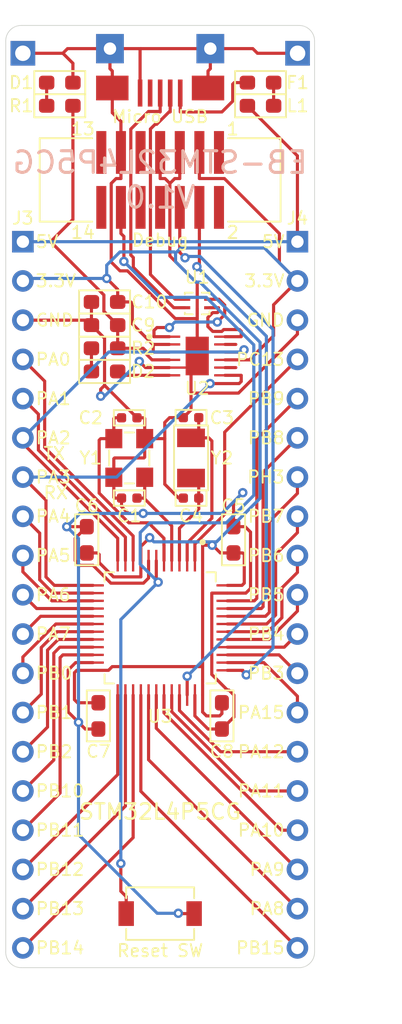
<source format=kicad_pcb>
(kicad_pcb (version 20171130) (host pcbnew "(5.1.9-0-10_14)")

  (general
    (thickness 1.6)
    (drawings 55)
    (tracks 475)
    (zones 0)
    (modules 28)
    (nets 52)
  )

  (page A4)
  (title_block
    (title "Evaluation Board STM32L4P5CG")
    (date 2021-07-10)
    (rev V1.0)
    (company https://github.com/KimiakiK)
  )

  (layers
    (0 F.Cu signal)
    (31 B.Cu signal)
    (32 B.Adhes user)
    (33 F.Adhes user)
    (34 B.Paste user)
    (35 F.Paste user)
    (36 B.SilkS user)
    (37 F.SilkS user)
    (38 B.Mask user)
    (39 F.Mask user)
    (40 Dwgs.User user)
    (41 Cmts.User user)
    (42 Eco1.User user)
    (43 Eco2.User user)
    (44 Edge.Cuts user)
    (45 Margin user)
    (46 B.CrtYd user)
    (47 F.CrtYd user)
    (48 B.Fab user)
    (49 F.Fab user hide)
  )

  (setup
    (last_trace_width 0.2032)
    (trace_clearance 0.2032)
    (zone_clearance 0.508)
    (zone_45_only no)
    (trace_min 0.2032)
    (via_size 0.6096)
    (via_drill 0.3048)
    (via_min_size 0.6096)
    (via_min_drill 0.3048)
    (uvia_size 0.2032)
    (uvia_drill 0.1016)
    (uvias_allowed no)
    (uvia_min_size 0.2032)
    (uvia_min_drill 0.1016)
    (edge_width 0.05)
    (segment_width 0.2)
    (pcb_text_width 0.3)
    (pcb_text_size 1.5 1.5)
    (mod_edge_width 0.12)
    (mod_text_size 1 1)
    (mod_text_width 0.15)
    (pad_size 1.524 1.524)
    (pad_drill 0.762)
    (pad_to_mask_clearance 0)
    (aux_axis_origin 0 0)
    (visible_elements FFFFFF7F)
    (pcbplotparams
      (layerselection 0x010fc_ffffffff)
      (usegerberextensions true)
      (usegerberattributes false)
      (usegerberadvancedattributes false)
      (creategerberjobfile false)
      (excludeedgelayer true)
      (linewidth 0.100000)
      (plotframeref false)
      (viasonmask false)
      (mode 1)
      (useauxorigin false)
      (hpglpennumber 1)
      (hpglpenspeed 20)
      (hpglpendiameter 15.000000)
      (psnegative false)
      (psa4output false)
      (plotreference true)
      (plotvalue true)
      (plotinvisibletext false)
      (padsonsilk false)
      (subtractmaskfromsilk false)
      (outputformat 1)
      (mirror false)
      (drillshape 0)
      (scaleselection 1)
      (outputdirectory "EB-STM32L4P5CG/"))
  )

  (net 0 "")
  (net 1 OSC_I)
  (net 2 GND)
  (net 3 OSC_O)
  (net 4 OSC32_I)
  (net 5 OSC32_O)
  (net 6 +3V3)
  (net 7 "Net-(D1-Pad2)")
  (net 8 "Net-(D2-Pad1)")
  (net 9 "Net-(D2-Pad2)")
  (net 10 "Net-(F1-Pad1)")
  (net 11 "Net-(F1-Pad2)")
  (net 12 /D+)
  (net 13 /D-)
  (net 14 SWDIO)
  (net 15 SWCLK)
  (net 16 NRST)
  (net 17 PB14)
  (net 18 PB13)
  (net 19 PB12)
  (net 20 PB11)
  (net 21 PB10)
  (net 22 PB2)
  (net 23 +5V)
  (net 24 PA0)
  (net 25 PA1)
  (net 26 PA2)
  (net 27 PA3)
  (net 28 PA4)
  (net 29 PA5)
  (net 30 PA6)
  (net 31 PA7)
  (net 32 PB0)
  (net 33 PB1)
  (net 34 PB15)
  (net 35 PA8)
  (net 36 PA9)
  (net 37 PA10)
  (net 38 PA11)
  (net 39 PA12)
  (net 40 PC13)
  (net 41 PB9)
  (net 42 PB8)
  (net 43 PH3)
  (net 44 PB7)
  (net 45 PB6)
  (net 46 PB5)
  (net 47 PB4)
  (net 48 PB3)
  (net 49 PA15)
  (net 50 /DM)
  (net 51 /DP)

  (net_class Default "This is the default net class."
    (clearance 0.2032)
    (trace_width 0.2032)
    (via_dia 0.6096)
    (via_drill 0.3048)
    (uvia_dia 0.2032)
    (uvia_drill 0.1016)
    (diff_pair_width 0.2032)
    (diff_pair_gap 0.2032)
    (add_net +3V3)
    (add_net +5V)
    (add_net /D+)
    (add_net /D-)
    (add_net /DM)
    (add_net /DP)
    (add_net GND)
    (add_net NRST)
    (add_net "Net-(D1-Pad2)")
    (add_net "Net-(D2-Pad1)")
    (add_net "Net-(D2-Pad2)")
    (add_net "Net-(F1-Pad1)")
    (add_net "Net-(F1-Pad2)")
    (add_net OSC32_I)
    (add_net OSC32_O)
    (add_net OSC_I)
    (add_net OSC_O)
    (add_net PA0)
    (add_net PA1)
    (add_net PA10)
    (add_net PA11)
    (add_net PA12)
    (add_net PA15)
    (add_net PA2)
    (add_net PA3)
    (add_net PA4)
    (add_net PA5)
    (add_net PA6)
    (add_net PA7)
    (add_net PA8)
    (add_net PA9)
    (add_net PB0)
    (add_net PB1)
    (add_net PB10)
    (add_net PB11)
    (add_net PB12)
    (add_net PB13)
    (add_net PB14)
    (add_net PB15)
    (add_net PB2)
    (add_net PB3)
    (add_net PB4)
    (add_net PB5)
    (add_net PB6)
    (add_net PB7)
    (add_net PB8)
    (add_net PB9)
    (add_net PC13)
    (add_net PH3)
    (add_net SWCLK)
    (add_net SWDIO)
  )

  (module EB-STM32L4P5CG:Crystal_SMD_3225-4Pin_3.2x2.5mm_HandSoldering (layer F.Cu) (tedit 60E9703B) (tstamp 60E967E9)
    (at -2 14 90)
    (descr "SMD Crystal SERIES SMD3225/4 http://www.txccrystal.com/images/pdf/7m-accuracy.pdf, hand-soldering, 3.2x2.5mm^2 package")
    (tags "SMD SMT crystal hand-soldering")
    (path /61307DE1)
    (attr smd)
    (fp_text reference Y1 (at 0 -2.5 180) (layer F.SilkS)
      (effects (font (size 0.8 0.8) (thickness 0.12)))
    )
    (fp_text value 12MHz (at 0 3.05 90) (layer F.Fab)
      (effects (font (size 1 1) (thickness 0.15)))
    )
    (fp_line (start -1.6 -1.25) (end -1.6 1.25) (layer F.CrtYd) (width 0.05))
    (fp_line (start -1.6 1.25) (end 1.6 1.25) (layer F.CrtYd) (width 0.05))
    (fp_line (start 1.6 1.25) (end 1.6 -1.25) (layer F.CrtYd) (width 0.05))
    (fp_line (start 1.6 -1.25) (end -1.6 -1.25) (layer F.CrtYd) (width 0.05))
    (fp_line (start -0.5 1.3) (end 0.5 1.3) (layer F.SilkS) (width 0.12))
    (fp_line (start 1.65 0.3) (end 1.65 -0.3) (layer F.SilkS) (width 0.12))
    (fp_line (start 0.5 -1.3) (end -0.5 -1.3) (layer F.SilkS) (width 0.12))
    (fp_line (start -1.65 -0.3) (end -1.65 0.3) (layer F.SilkS) (width 0.12))
    (pad 4 smd rect (at -1.25 -1 90) (size 1.25 1.1) (layers F.Cu F.Paste F.Mask)
      (net 2 GND))
    (pad 3 smd rect (at 1.25 -1 90) (size 1.25 1.1) (layers F.Cu F.Paste F.Mask)
      (net 3 OSC_O))
    (pad 2 smd rect (at 1.25 1 90) (size 1.25 1.1) (layers F.Cu F.Paste F.Mask)
      (net 2 GND))
    (pad 1 smd rect (at -1.25 1 90) (size 1.25 1.1) (layers F.Cu F.Paste F.Mask)
      (net 1 OSC_I))
    (model ${KISYS3DMOD}/Crystal.3dshapes/Crystal_SMD_3225-4Pin_3.2x2.5mm_HandSoldering.wrl
      (at (xyz 0 0 0))
      (scale (xyz 1 1 1))
      (rotate (xyz 0 0 0))
    )
  )

  (module EB-STM32L4P5CG:1608Metric (layer F.Cu) (tedit 606EDCAD) (tstamp 60E986FE)
    (at -3.6 3.9 180)
    (descr "SMD 0603 (1608 Metric)")
    (path /613E0BD7)
    (attr smd)
    (fp_text reference C10 (at -2.9 0) (layer F.SilkS)
      (effects (font (size 0.8 0.8) (thickness 0.12)))
    )
    (fp_text value 0.1uF (at 0 1.778) (layer F.Fab)
      (effects (font (size 1 1) (thickness 0.15)))
    )
    (fp_line (start 1.6 0.7) (end -1.6 0.7) (layer F.CrtYd) (width 0.05))
    (fp_line (start 1.6 -0.7) (end 1.6 0.7) (layer F.CrtYd) (width 0.05))
    (fp_line (start -1.6 -0.7) (end 1.6 -0.7) (layer F.CrtYd) (width 0.05))
    (fp_line (start -1.6 0.7) (end -1.6 -0.7) (layer F.CrtYd) (width 0.05))
    (fp_line (start -1.65 0.75) (end 1.65 0.75) (layer F.SilkS) (width 0.12))
    (fp_line (start -1.65 -0.75) (end 1.65 -0.75) (layer F.SilkS) (width 0.12))
    (fp_line (start 0.8 0.4) (end -0.8 0.4) (layer F.Fab) (width 0.1))
    (fp_line (start 0.8 -0.4) (end 0.8 0.4) (layer F.Fab) (width 0.1))
    (fp_line (start -0.8 -0.4) (end 0.8 -0.4) (layer F.Fab) (width 0.1))
    (fp_line (start -0.8 0.4) (end -0.8 -0.4) (layer F.Fab) (width 0.1))
    (fp_line (start 1.65 -0.75) (end 1.65 0.75) (layer F.SilkS) (width 0.12))
    (fp_line (start -1.65 -0.75) (end -1.65 0.75) (layer F.SilkS) (width 0.12))
    (fp_text user %R (at 0 0) (layer F.Fab)
      (effects (font (size 0.4 0.4) (thickness 0.06)))
    )
    (pad 1 smd roundrect (at -0.85 0 180) (size 1 0.9) (layers F.Cu F.Paste F.Mask) (roundrect_rratio 0.25)
      (net 6 +3V3))
    (pad 2 smd roundrect (at 0.85 0 180) (size 1 0.9) (layers F.Cu F.Paste F.Mask) (roundrect_rratio 0.25)
      (net 2 GND))
    (model ${KISYS3DMOD}/Capacitor_SMD.3dshapes/C_0603_1608Metric.wrl
      (at (xyz 0 0 0))
      (scale (xyz 1 1 1))
      (rotate (xyz 0 0 0))
    )
  )

  (module EB-STM32L4P5CG:1608Metric (layer F.Cu) (tedit 606EDCAD) (tstamp 60E986EB)
    (at -3.6 5.4 180)
    (descr "SMD 0603 (1608 Metric)")
    (path /613E03DD)
    (attr smd)
    (fp_text reference C9 (at -2.5 0) (layer F.SilkS)
      (effects (font (size 0.8 0.8) (thickness 0.12)))
    )
    (fp_text value 0.1uF (at 0 1.778) (layer F.Fab)
      (effects (font (size 1 1) (thickness 0.15)))
    )
    (fp_line (start 1.6 0.7) (end -1.6 0.7) (layer F.CrtYd) (width 0.05))
    (fp_line (start 1.6 -0.7) (end 1.6 0.7) (layer F.CrtYd) (width 0.05))
    (fp_line (start -1.6 -0.7) (end 1.6 -0.7) (layer F.CrtYd) (width 0.05))
    (fp_line (start -1.6 0.7) (end -1.6 -0.7) (layer F.CrtYd) (width 0.05))
    (fp_line (start -1.65 0.75) (end 1.65 0.75) (layer F.SilkS) (width 0.12))
    (fp_line (start -1.65 -0.75) (end 1.65 -0.75) (layer F.SilkS) (width 0.12))
    (fp_line (start 0.8 0.4) (end -0.8 0.4) (layer F.Fab) (width 0.1))
    (fp_line (start 0.8 -0.4) (end 0.8 0.4) (layer F.Fab) (width 0.1))
    (fp_line (start -0.8 -0.4) (end 0.8 -0.4) (layer F.Fab) (width 0.1))
    (fp_line (start -0.8 0.4) (end -0.8 -0.4) (layer F.Fab) (width 0.1))
    (fp_line (start 1.65 -0.75) (end 1.65 0.75) (layer F.SilkS) (width 0.12))
    (fp_line (start -1.65 -0.75) (end -1.65 0.75) (layer F.SilkS) (width 0.12))
    (fp_text user %R (at 0 0) (layer F.Fab)
      (effects (font (size 0.4 0.4) (thickness 0.06)))
    )
    (pad 1 smd roundrect (at -0.85 0 180) (size 1 0.9) (layers F.Cu F.Paste F.Mask) (roundrect_rratio 0.25)
      (net 23 +5V))
    (pad 2 smd roundrect (at 0.85 0 180) (size 1 0.9) (layers F.Cu F.Paste F.Mask) (roundrect_rratio 0.25)
      (net 2 GND))
    (model ${KISYS3DMOD}/Capacitor_SMD.3dshapes/C_0603_1608Metric.wrl
      (at (xyz 0 0 0))
      (scale (xyz 1 1 1))
      (rotate (xyz 0 0 0))
    )
  )

  (module EB-STM32L4P5CG:Crystal_SMD_3215-2Pin (layer F.Cu) (tedit 60713422) (tstamp 60E967F7)
    (at 2 14 270)
    (path /612E19B4)
    (fp_text reference Y2 (at 0 -2 180) (layer F.SilkS)
      (effects (font (size 0.8 0.8) (thickness 0.12)))
    )
    (fp_text value 32.768kHz (at 0 4 90) (layer F.Fab)
      (effects (font (size 1 1) (thickness 0.15)))
    )
    (fp_line (start -1.6 -0.75) (end 1.6 -0.75) (layer F.Fab) (width 0.12))
    (fp_line (start 1.6 -0.75) (end 1.6 0.75) (layer F.Fab) (width 0.12))
    (fp_line (start 1.6 0.75) (end -1.6 0.75) (layer F.Fab) (width 0.12))
    (fp_line (start -1.6 0.75) (end -1.6 -0.75) (layer F.Fab) (width 0.12))
    (fp_line (start -2.1 -1.1) (end 2.1 -1.1) (layer F.SilkS) (width 0.12))
    (fp_line (start 2.1 -1.1) (end 2.1 1.1) (layer F.SilkS) (width 0.12))
    (fp_line (start 2.1 1.1) (end -2.1 1.1) (layer F.SilkS) (width 0.12))
    (fp_line (start -2.1 1.1) (end -2.1 -1.1) (layer F.SilkS) (width 0.12))
    (pad 1 smd rect (at -1.3 0 270) (size 1.2 1.8) (layers F.Cu F.Paste F.Mask)
      (net 4 OSC32_I))
    (pad 2 smd rect (at 1.3 0 270) (size 1.2 1.8) (layers F.Cu F.Paste F.Mask)
      (net 5 OSC32_O))
  )

  (module EB-STM32L4P5CG:LQFP-48_7x7mm_P0.5mm_FusionPCB (layer F.Cu) (tedit 60D48CC3) (tstamp 60E967D8)
    (at 0 25 270)
    (path /612DA1A5)
    (fp_text reference U3 (at 5.734 0 180) (layer F.SilkS)
      (effects (font (size 0.8 0.8) (thickness 0.12)))
    )
    (fp_text value STM32L4P5CGT6 (at 0 6 90) (layer F.Fab)
      (effects (font (size 1 1) (thickness 0.15)))
    )
    (fp_line (start -3.5 3.5) (end -3.5 -3.5) (layer Dwgs.User) (width 0.1))
    (fp_line (start 3.5 3.5) (end -3.5 3.5) (layer Dwgs.User) (width 0.1))
    (fp_line (start 3.5 -3.5) (end 3.5 3.5) (layer Dwgs.User) (width 0.1))
    (fp_line (start -3.5 -3.5) (end 3.5 -3.5) (layer Dwgs.User) (width 0.1))
    (fp_line (start -3.5 -3.5) (end -2.85 -3.5) (layer F.CrtYd) (width 0.05))
    (fp_line (start -2.85 -3.5) (end -2.85 -5.1) (layer F.CrtYd) (width 0.05))
    (fp_line (start -2.85 -5.1) (end 2.85 -5.1) (layer F.CrtYd) (width 0.05))
    (fp_line (start 2.85 -5.1) (end 2.85 -3.5) (layer F.CrtYd) (width 0.05))
    (fp_line (start 2.85 -3.5) (end 3.5 -3.5) (layer F.CrtYd) (width 0.05))
    (fp_line (start 3.5 -3.5) (end 3.5 -2.85) (layer F.CrtYd) (width 0.05))
    (fp_line (start 3.5 -2.85) (end 5.1 -2.85) (layer F.CrtYd) (width 0.05))
    (fp_line (start 5.1 -2.85) (end 5.1 2.85) (layer F.CrtYd) (width 0.05))
    (fp_line (start 5.1 2.85) (end 3.5 2.85) (layer F.CrtYd) (width 0.05))
    (fp_line (start 3.5 2.85) (end 3.5 3.5) (layer F.CrtYd) (width 0.05))
    (fp_line (start 3.5 3.5) (end 2.85 3.5) (layer F.CrtYd) (width 0.05))
    (fp_line (start 2.85 3.5) (end 2.85 5.1) (layer F.CrtYd) (width 0.05))
    (fp_line (start 2.85 5.1) (end -2.85 5.1) (layer F.CrtYd) (width 0.05))
    (fp_line (start -2.85 5.1) (end -2.85 3.5) (layer F.CrtYd) (width 0.05))
    (fp_line (start -2.85 3.5) (end -3.5 3.5) (layer F.CrtYd) (width 0.05))
    (fp_line (start -3.5 3.5) (end -3.5 2.85) (layer F.CrtYd) (width 0.05))
    (fp_line (start -3.5 2.85) (end -5.1 2.85) (layer F.CrtYd) (width 0.05))
    (fp_line (start -5.1 2.85) (end -5.1 -2.85) (layer F.CrtYd) (width 0.05))
    (fp_line (start -5.1 -2.85) (end -3.5 -2.85) (layer F.CrtYd) (width 0.05))
    (fp_line (start -3.5 -2.85) (end -3.5 -3.5) (layer F.CrtYd) (width 0.05))
    (fp_line (start -3.6 -3) (end -3.6 -3.6) (layer F.SilkS) (width 0.12))
    (fp_line (start -3.6 -3.6) (end -3 -3.6) (layer F.SilkS) (width 0.12))
    (fp_line (start 3 -3.6) (end 3.6 -3.6) (layer F.SilkS) (width 0.12))
    (fp_line (start 3.6 -3.6) (end 3.6 -3) (layer F.SilkS) (width 0.12))
    (fp_line (start 3.6 3) (end 3.6 3.6) (layer F.SilkS) (width 0.12))
    (fp_line (start 3.6 3.6) (end 3 3.6) (layer F.SilkS) (width 0.12))
    (fp_line (start -3 3.6) (end -3.6 3.6) (layer F.SilkS) (width 0.12))
    (fp_line (start -3.6 3.6) (end -3.6 3) (layer F.SilkS) (width 0.12))
    (fp_circle (center -5.55 -2.75) (end -5.45 -2.75) (layer F.SilkS) (width 0.2))
    (pad 1 smd rect (at -4.35 -2.75 270) (size 1.4 0.15) (layers F.Cu F.Paste F.Mask)
      (net 6 +3V3))
    (pad 2 smd rect (at -4.35 -2.25 270) (size 1.4 0.15) (layers F.Cu F.Paste F.Mask)
      (net 40 PC13))
    (pad 3 smd rect (at -4.35 -1.75 270) (size 1.4 0.15) (layers F.Cu F.Paste F.Mask)
      (net 4 OSC32_I))
    (pad 4 smd rect (at -4.35 -1.25 270) (size 1.4 0.15) (layers F.Cu F.Paste F.Mask)
      (net 5 OSC32_O))
    (pad 5 smd rect (at -4.35 -0.75 270) (size 1.4 0.15) (layers F.Cu F.Paste F.Mask)
      (net 1 OSC_I))
    (pad 6 smd rect (at -4.35 -0.25 270) (size 1.4 0.15) (layers F.Cu F.Paste F.Mask)
      (net 3 OSC_O))
    (pad 7 smd rect (at -4.35 0.25 270) (size 1.4 0.15) (layers F.Cu F.Paste F.Mask)
      (net 16 NRST))
    (pad 8 smd rect (at -4.35 0.75 270) (size 1.4 0.15) (layers F.Cu F.Paste F.Mask)
      (net 2 GND))
    (pad 9 smd rect (at -4.35 1.25 270) (size 1.4 0.15) (layers F.Cu F.Paste F.Mask)
      (net 6 +3V3))
    (pad 10 smd rect (at -4.35 1.75 270) (size 1.4 0.15) (layers F.Cu F.Paste F.Mask)
      (net 24 PA0))
    (pad 11 smd rect (at -4.35 2.25 270) (size 1.4 0.15) (layers F.Cu F.Paste F.Mask)
      (net 25 PA1))
    (pad 12 smd rect (at -4.35 2.75 270) (size 1.4 0.15) (layers F.Cu F.Paste F.Mask)
      (net 26 PA2))
    (pad 13 smd rect (at -2.75 4.35 270) (size 0.15 1.4) (layers F.Cu F.Paste F.Mask)
      (net 27 PA3))
    (pad 14 smd rect (at -2.25 4.35 270) (size 0.15 1.4) (layers F.Cu F.Paste F.Mask)
      (net 28 PA4))
    (pad 15 smd rect (at -1.75 4.35 270) (size 0.15 1.4) (layers F.Cu F.Paste F.Mask)
      (net 29 PA5))
    (pad 16 smd rect (at -1.25 4.35 270) (size 0.15 1.4) (layers F.Cu F.Paste F.Mask)
      (net 30 PA6))
    (pad 17 smd rect (at -0.75 4.35 270) (size 0.15 1.4) (layers F.Cu F.Paste F.Mask)
      (net 31 PA7))
    (pad 18 smd rect (at -0.25 4.35 270) (size 0.15 1.4) (layers F.Cu F.Paste F.Mask)
      (net 32 PB0))
    (pad 19 smd rect (at 0.25 4.35 270) (size 0.15 1.4) (layers F.Cu F.Paste F.Mask)
      (net 33 PB1))
    (pad 20 smd rect (at 0.75 4.35 270) (size 0.15 1.4) (layers F.Cu F.Paste F.Mask)
      (net 22 PB2))
    (pad 21 smd rect (at 1.25 4.35 270) (size 0.15 1.4) (layers F.Cu F.Paste F.Mask)
      (net 21 PB10))
    (pad 22 smd rect (at 1.75 4.35 270) (size 0.15 1.4) (layers F.Cu F.Paste F.Mask)
      (net 20 PB11))
    (pad 23 smd rect (at 2.25 4.35 270) (size 0.15 1.4) (layers F.Cu F.Paste F.Mask)
      (net 2 GND))
    (pad 24 smd rect (at 2.75 4.35 270) (size 0.15 1.4) (layers F.Cu F.Paste F.Mask)
      (net 6 +3V3))
    (pad 25 smd rect (at 4.35 2.75 270) (size 1.4 0.15) (layers F.Cu F.Paste F.Mask)
      (net 19 PB12))
    (pad 26 smd rect (at 4.35 2.25 270) (size 1.4 0.15) (layers F.Cu F.Paste F.Mask)
      (net 18 PB13))
    (pad 27 smd rect (at 4.35 1.75 270) (size 1.4 0.15) (layers F.Cu F.Paste F.Mask)
      (net 17 PB14))
    (pad 28 smd rect (at 4.35 1.25 270) (size 1.4 0.15) (layers F.Cu F.Paste F.Mask)
      (net 34 PB15))
    (pad 29 smd rect (at 4.35 0.75 270) (size 1.4 0.15) (layers F.Cu F.Paste F.Mask)
      (net 35 PA8))
    (pad 30 smd rect (at 4.35 0.25 270) (size 1.4 0.15) (layers F.Cu F.Paste F.Mask)
      (net 36 PA9))
    (pad 31 smd rect (at 4.35 -0.25 270) (size 1.4 0.15) (layers F.Cu F.Paste F.Mask)
      (net 37 PA10))
    (pad 32 smd rect (at 4.35 -0.75 270) (size 1.4 0.15) (layers F.Cu F.Paste F.Mask)
      (net 38 PA11))
    (pad 33 smd rect (at 4.35 -1.25 270) (size 1.4 0.15) (layers F.Cu F.Paste F.Mask)
      (net 39 PA12))
    (pad 34 smd rect (at 4.35 -1.75 270) (size 1.4 0.15) (layers F.Cu F.Paste F.Mask)
      (net 14 SWDIO))
    (pad 35 smd rect (at 4.35 -2.25 270) (size 1.4 0.15) (layers F.Cu F.Paste F.Mask)
      (net 2 GND))
    (pad 36 smd rect (at 4.35 -2.75 270) (size 1.4 0.15) (layers F.Cu F.Paste F.Mask)
      (net 6 +3V3))
    (pad 37 smd rect (at 2.75 -4.35 270) (size 0.15 1.4) (layers F.Cu F.Paste F.Mask)
      (net 15 SWCLK))
    (pad 38 smd rect (at 2.25 -4.35 270) (size 0.15 1.4) (layers F.Cu F.Paste F.Mask)
      (net 49 PA15))
    (pad 39 smd rect (at 1.75 -4.35 270) (size 0.15 1.4) (layers F.Cu F.Paste F.Mask)
      (net 48 PB3))
    (pad 40 smd rect (at 1.25 -4.35 270) (size 0.15 1.4) (layers F.Cu F.Paste F.Mask)
      (net 47 PB4))
    (pad 41 smd rect (at 0.75 -4.35 270) (size 0.15 1.4) (layers F.Cu F.Paste F.Mask)
      (net 46 PB5))
    (pad 42 smd rect (at 0.25 -4.35 270) (size 0.15 1.4) (layers F.Cu F.Paste F.Mask)
      (net 45 PB6))
    (pad 43 smd rect (at -0.25 -4.35 270) (size 0.15 1.4) (layers F.Cu F.Paste F.Mask)
      (net 44 PB7))
    (pad 44 smd rect (at -0.75 -4.35 270) (size 0.15 1.4) (layers F.Cu F.Paste F.Mask)
      (net 43 PH3))
    (pad 45 smd rect (at -1.25 -4.35 270) (size 0.15 1.4) (layers F.Cu F.Paste F.Mask)
      (net 42 PB8))
    (pad 46 smd rect (at -1.75 -4.35 270) (size 0.15 1.4) (layers F.Cu F.Paste F.Mask)
      (net 41 PB9))
    (pad 47 smd rect (at -2.25 -4.35 270) (size 0.15 1.4) (layers F.Cu F.Paste F.Mask)
      (net 2 GND))
    (pad 48 smd rect (at -2.75 -4.35 270) (size 0.15 1.4) (layers F.Cu F.Paste F.Mask)
      (net 6 +3V3))
  )

  (module EB-STM32L4P5CG:DFN-12-1EP_3x3mm_P0.45mm_EP1.66x2.38mm (layer F.Cu) (tedit 606DBC33) (tstamp 60E96783)
    (at 2.4 7.4)
    (descr "DD Package; 12-Lead Plastic DFN (3mm x 3mm) (see Linear Technology DFN_12_05-08-1725.pdf)")
    (tags "DFN 0.45")
    (path /612D949D)
    (attr smd)
    (fp_text reference U2 (at 0 2.1) (layer F.SilkS)
      (effects (font (size 0.8 0.8) (thickness 0.12)))
    )
    (fp_text value FT234XD (at 0 3) (layer F.Fab)
      (effects (font (size 1 1) (thickness 0.15)))
    )
    (fp_line (start -1.5 -1.5) (end -1.5 1.5) (layer F.CrtYd) (width 0.05))
    (fp_line (start 1.5 -1.5) (end 1.5 1.5) (layer F.CrtYd) (width 0.05))
    (fp_line (start -1.5 -1.5) (end 1.5 -1.5) (layer F.CrtYd) (width 0.05))
    (fp_line (start -1.5 1.5) (end 1.5 1.5) (layer F.CrtYd) (width 0.05))
    (fp_circle (center -3.1 -1.25) (end -3 -1.25) (layer F.SilkS) (width 0.2))
    (fp_text user %R (at 0 0) (layer F.Fab)
      (effects (font (size 0.7 0.7) (thickness 0.105)))
    )
    (pad 13 smd rect (at 0 0) (size 1.5 2.5) (layers F.Cu F.Paste F.Mask)
      (net 2 GND))
    (pad 12 smd rect (at 1.8 -1.25) (size 1.4 0.15) (layers F.Cu F.Paste F.Mask)
      (net 51 /DP))
    (pad 11 smd rect (at 1.8 -0.75) (size 1.4 0.15) (layers F.Cu F.Paste F.Mask))
    (pad 10 smd rect (at 1.8 -0.25) (size 1.4 0.15) (layers F.Cu F.Paste F.Mask)
      (net 26 PA2))
    (pad 9 smd rect (at 1.8 0.25) (size 1.4 0.15) (layers F.Cu F.Paste F.Mask)
      (net 6 +3V3))
    (pad 8 smd rect (at 1.8 0.75) (size 1.4 0.15) (layers F.Cu F.Paste F.Mask))
    (pad 7 smd rect (at 1.8 1.25) (size 1.4 0.15) (layers F.Cu F.Paste F.Mask)
      (net 27 PA3))
    (pad 6 smd rect (at -1.8 1.25) (size 1.4 0.15) (layers F.Cu F.Paste F.Mask)
      (net 8 "Net-(D2-Pad1)"))
    (pad 5 smd rect (at -1.8 0.75) (size 1.4 0.15) (layers F.Cu F.Paste F.Mask)
      (net 2 GND))
    (pad 4 smd rect (at -1.8 0.25) (size 1.4 0.15) (layers F.Cu F.Paste F.Mask)
      (net 23 +5V))
    (pad 3 smd rect (at -1.8 -0.25) (size 1.4 0.15) (layers F.Cu F.Paste F.Mask)
      (net 6 +3V3))
    (pad 2 smd rect (at -1.8 -0.75) (size 1.4 0.15) (layers F.Cu F.Paste F.Mask)
      (net 6 +3V3))
    (pad 1 smd rect (at -1.8 -1.25) (size 1.4 0.15) (layers F.Cu F.Paste F.Mask)
      (net 50 /DM))
    (pad 13 smd rect (at -0.925 0.75) (size 0.35 0.15) (layers F.Cu F.Paste F.Mask)
      (net 2 GND))
    (model ${KISYS3DMOD}/Package_DFN_QFN.3dshapes/DFN-12-1EP_3x3mm_P0.45mm_EP1.66x2.38mm.wrl
      (at (xyz 0 0 0))
      (scale (xyz 1 1 1))
      (rotate (xyz 0 0 0))
    )
  )

  (module EB-STM32L4P5CG:LXES11D (layer F.Cu) (tedit 606D9858) (tstamp 60E9676B)
    (at 2.4 4 90)
    (path /612D900B)
    (fp_text reference U1 (at 1.7 0 180) (layer F.SilkS)
      (effects (font (size 0.8 0.8) (thickness 0.12)))
    )
    (fp_text value LXES11DAA2-135 (at 0.025 2.2 90) (layer F.Fab)
      (effects (font (size 1 1) (thickness 0.15)))
    )
    (fp_line (start -0.5 -0.625) (end 0.5 -0.625) (layer F.CrtYd) (width 0.05))
    (fp_line (start 0.5 -0.625) (end 0.5 0.625) (layer F.CrtYd) (width 0.05))
    (fp_line (start 0.5 0.625) (end -0.5 0.625) (layer F.CrtYd) (width 0.05))
    (fp_line (start -0.5 0.625) (end -0.5 -0.625) (layer F.CrtYd) (width 0.05))
    (fp_line (start 0.6 -0.8) (end 0.7 -0.8) (layer F.SilkS) (width 0.12))
    (fp_line (start 0.7 -0.8) (end 0.7 -0.3) (layer F.SilkS) (width 0.12))
    (fp_line (start 0.7 0.3) (end 0.7 0.8) (layer F.SilkS) (width 0.12))
    (fp_line (start 0.7 0.8) (end 0.6 0.8) (layer F.SilkS) (width 0.12))
    (fp_line (start -0.5 0.8) (end -0.7 0.8) (layer F.SilkS) (width 0.12))
    (fp_line (start -0.7 0.8) (end -0.7 0.3) (layer F.SilkS) (width 0.12))
    (fp_line (start -0.7 -0.3) (end -0.7 -0.8) (layer F.SilkS) (width 0.12))
    (fp_line (start -0.7 -0.8) (end -0.6 -0.8) (layer F.SilkS) (width 0.12))
    (pad 1 smd rect (at -0.275 -0.7875 90) (size 0.2 0.675) (layers F.Cu F.Paste F.Mask)
      (net 12 /D+))
    (pad 2 smd rect (at 0.275 -0.7875 90) (size 0.2 0.675) (layers F.Cu F.Paste F.Mask)
      (net 13 /D-))
    (pad 3 smd rect (at 0.65 0 90) (size 0.7 0.2) (layers F.Cu F.Paste F.Mask)
      (net 2 GND))
    (pad 4 smd rect (at 0.275 0.7875 90) (size 0.2 0.675) (layers F.Cu F.Paste F.Mask)
      (net 50 /DM))
    (pad 5 smd rect (at -0.275 0.7875 90) (size 0.2 0.675) (layers F.Cu F.Paste F.Mask)
      (net 51 /DP))
    (pad 6 smd rect (at -0.65 0 90) (size 0.7 0.2) (layers F.Cu F.Paste F.Mask)
      (net 2 GND))
  )

  (module EB-STM32L4P5CG:TestPoint_THTPad_1.6x1.6mm_Drill1.0mm (layer F.Cu) (tedit 60CD5425) (tstamp 60E96755)
    (at 8.9 -12.2)
    (descr "THT rectangular pad as test Point, square 1.6mm_Drill1.0mm  side length, hole diameter 1.0mm")
    (tags "test point THT pad rectangle square")
    (path /612E3BB0)
    (attr virtual)
    (fp_text reference TP2 (at -16.79 0) (layer F.SilkS) hide
      (effects (font (size 0.8 0.8) (thickness 0.12)))
    )
    (fp_text value TestPoint (at 0 2.05) (layer F.Fab)
      (effects (font (size 1 1) (thickness 0.15)))
    )
    (fp_line (start 0.8 0.8) (end -0.8 0.8) (layer F.CrtYd) (width 0.05))
    (fp_line (start 0.8 0.8) (end 0.8 -0.8) (layer F.CrtYd) (width 0.05))
    (fp_line (start -0.8 -0.8) (end -0.8 0.8) (layer F.CrtYd) (width 0.05))
    (fp_line (start -0.8 -0.8) (end 0.8 -0.8) (layer F.CrtYd) (width 0.05))
    (fp_text user %R (at 0 -2.6) (layer F.Fab)
      (effects (font (size 1 1) (thickness 0.15)))
    )
    (pad 1 thru_hole rect (at 0 0) (size 1.6 1.6) (drill 1) (layers *.Cu *.Mask)
      (net 2 GND))
  )

  (module EB-STM32L4P5CG:TestPoint_THTPad_1.6x1.6mm_Drill1.0mm (layer F.Cu) (tedit 60CD5425) (tstamp 60E9674B)
    (at -8.89 -12.2)
    (descr "THT rectangular pad as test Point, square 1.6mm_Drill1.0mm  side length, hole diameter 1.0mm")
    (tags "test point THT pad rectangle square")
    (path /612E4879)
    (attr virtual)
    (fp_text reference TP1 (at 0 -2.6) (layer F.SilkS) hide
      (effects (font (size 0.8 0.8) (thickness 0.12)))
    )
    (fp_text value TestPoint (at 0 2.05) (layer F.Fab)
      (effects (font (size 1 1) (thickness 0.15)))
    )
    (fp_line (start 0.8 0.8) (end -0.8 0.8) (layer F.CrtYd) (width 0.05))
    (fp_line (start 0.8 0.8) (end 0.8 -0.8) (layer F.CrtYd) (width 0.05))
    (fp_line (start -0.8 -0.8) (end -0.8 0.8) (layer F.CrtYd) (width 0.05))
    (fp_line (start -0.8 -0.8) (end 0.8 -0.8) (layer F.CrtYd) (width 0.05))
    (fp_text user %R (at 0 -2.6) (layer F.Fab)
      (effects (font (size 1 1) (thickness 0.15)))
    )
    (pad 1 thru_hole rect (at 0 0) (size 1.6 1.6) (drill 1) (layers *.Cu *.Mask)
      (net 2 GND))
  )

  (module EB-STM32L4P5CG:SW_TVAF06 (layer F.Cu) (tedit 606D931F) (tstamp 60E96741)
    (at 0 43.5 90)
    (path /6135D42B)
    (fp_text reference SW1 (at 0 -3.6 90) (layer F.SilkS) hide
      (effects (font (size 0.8 0.8) (thickness 0.12)))
    )
    (fp_text value Reset (at 0.3 4 90) (layer F.Fab)
      (effects (font (size 1 1) (thickness 0.15)))
    )
    (fp_line (start -1.5 2) (end -1.5 -2) (layer F.CrtYd) (width 0.05))
    (fp_line (start 1.5 2) (end -1.5 2) (layer F.CrtYd) (width 0.05))
    (fp_line (start 1.5 -2) (end 1.5 2) (layer F.CrtYd) (width 0.05))
    (fp_line (start -1.5 -2) (end 1.5 -2) (layer F.CrtYd) (width 0.05))
    (fp_line (start 1 -2.2) (end 1.7 -2.2) (layer F.SilkS) (width 0.12))
    (fp_line (start 1.7 -2.2) (end 1.7 2.2) (layer F.SilkS) (width 0.12))
    (fp_line (start 1.7 2.2) (end 1 2.2) (layer F.SilkS) (width 0.12))
    (fp_line (start -1 2.2) (end -1.7 2.2) (layer F.SilkS) (width 0.12))
    (fp_line (start -1.7 2.2) (end -1.7 -2.2) (layer F.SilkS) (width 0.12))
    (fp_line (start -1.7 -2.2) (end -1 -2.2) (layer F.SilkS) (width 0.12))
    (pad 1 smd rect (at 0 -2.2 90) (size 1.6 1) (layers F.Cu F.Paste F.Mask)
      (net 16 NRST))
    (pad 2 smd rect (at 0 2.2 90) (size 1.6 1) (layers F.Cu F.Paste F.Mask)
      (net 2 GND))
    (pad "" np_thru_hole circle (at -0.9 0 90) (size 0.75 0.75) (drill 0.75) (layers *.Cu *.Mask))
    (pad "" np_thru_hole circle (at 0.9 0 90) (size 0.75 0.75) (drill 0.75) (layers *.Cu *.Mask))
  )

  (module EB-STM32L4P5CG:1608Metric (layer F.Cu) (tedit 606EDCAD) (tstamp 60E9672F)
    (at -3.6 6.9 180)
    (descr "SMD 0603 (1608 Metric)")
    (path /612E113B)
    (attr smd)
    (fp_text reference R2 (at -2.5 0) (layer F.SilkS)
      (effects (font (size 0.8 0.8) (thickness 0.12)))
    )
    (fp_text value R (at 0 1.778) (layer F.Fab)
      (effects (font (size 1 1) (thickness 0.15)))
    )
    (fp_line (start -1.65 -0.75) (end -1.65 0.75) (layer F.SilkS) (width 0.12))
    (fp_line (start 1.65 -0.75) (end 1.65 0.75) (layer F.SilkS) (width 0.12))
    (fp_line (start -0.8 0.4) (end -0.8 -0.4) (layer F.Fab) (width 0.1))
    (fp_line (start -0.8 -0.4) (end 0.8 -0.4) (layer F.Fab) (width 0.1))
    (fp_line (start 0.8 -0.4) (end 0.8 0.4) (layer F.Fab) (width 0.1))
    (fp_line (start 0.8 0.4) (end -0.8 0.4) (layer F.Fab) (width 0.1))
    (fp_line (start -1.65 -0.75) (end 1.65 -0.75) (layer F.SilkS) (width 0.12))
    (fp_line (start -1.65 0.75) (end 1.65 0.75) (layer F.SilkS) (width 0.12))
    (fp_line (start -1.6 0.7) (end -1.6 -0.7) (layer F.CrtYd) (width 0.05))
    (fp_line (start -1.6 -0.7) (end 1.6 -0.7) (layer F.CrtYd) (width 0.05))
    (fp_line (start 1.6 -0.7) (end 1.6 0.7) (layer F.CrtYd) (width 0.05))
    (fp_line (start 1.6 0.7) (end -1.6 0.7) (layer F.CrtYd) (width 0.05))
    (fp_text user %R (at 0 0) (layer F.Fab)
      (effects (font (size 0.4 0.4) (thickness 0.06)))
    )
    (pad 1 smd roundrect (at -0.85 0 180) (size 1 0.9) (layers F.Cu F.Paste F.Mask) (roundrect_rratio 0.25)
      (net 23 +5V))
    (pad 2 smd roundrect (at 0.85 0 180) (size 1 0.9) (layers F.Cu F.Paste F.Mask) (roundrect_rratio 0.25)
      (net 9 "Net-(D2-Pad2)"))
    (model ${KISYS3DMOD}/Capacitor_SMD.3dshapes/C_0603_1608Metric.wrl
      (at (xyz 0 0 0))
      (scale (xyz 1 1 1))
      (rotate (xyz 0 0 0))
    )
  )

  (module EB-STM32L4P5CG:1608Metric (layer F.Cu) (tedit 606EDCAD) (tstamp 60E9671C)
    (at -6.5 -8.8)
    (descr "SMD 0603 (1608 Metric)")
    (path /612EDD85)
    (attr smd)
    (fp_text reference R1 (at -2.5 0) (layer F.SilkS)
      (effects (font (size 0.8 0.8) (thickness 0.12)))
    )
    (fp_text value R (at 0 1.778) (layer F.Fab)
      (effects (font (size 1 1) (thickness 0.15)))
    )
    (fp_line (start -1.65 -0.75) (end -1.65 0.75) (layer F.SilkS) (width 0.12))
    (fp_line (start 1.65 -0.75) (end 1.65 0.75) (layer F.SilkS) (width 0.12))
    (fp_line (start -0.8 0.4) (end -0.8 -0.4) (layer F.Fab) (width 0.1))
    (fp_line (start -0.8 -0.4) (end 0.8 -0.4) (layer F.Fab) (width 0.1))
    (fp_line (start 0.8 -0.4) (end 0.8 0.4) (layer F.Fab) (width 0.1))
    (fp_line (start 0.8 0.4) (end -0.8 0.4) (layer F.Fab) (width 0.1))
    (fp_line (start -1.65 -0.75) (end 1.65 -0.75) (layer F.SilkS) (width 0.12))
    (fp_line (start -1.65 0.75) (end 1.65 0.75) (layer F.SilkS) (width 0.12))
    (fp_line (start -1.6 0.7) (end -1.6 -0.7) (layer F.CrtYd) (width 0.05))
    (fp_line (start -1.6 -0.7) (end 1.6 -0.7) (layer F.CrtYd) (width 0.05))
    (fp_line (start 1.6 -0.7) (end 1.6 0.7) (layer F.CrtYd) (width 0.05))
    (fp_line (start 1.6 0.7) (end -1.6 0.7) (layer F.CrtYd) (width 0.05))
    (fp_text user %R (at 0 0) (layer F.Fab)
      (effects (font (size 0.4 0.4) (thickness 0.06)))
    )
    (pad 1 smd roundrect (at -0.85 0) (size 1 0.9) (layers F.Cu F.Paste F.Mask) (roundrect_rratio 0.25)
      (net 7 "Net-(D1-Pad2)"))
    (pad 2 smd roundrect (at 0.85 0) (size 1 0.9) (layers F.Cu F.Paste F.Mask) (roundrect_rratio 0.25)
      (net 23 +5V))
    (model ${KISYS3DMOD}/Capacitor_SMD.3dshapes/C_0603_1608Metric.wrl
      (at (xyz 0 0 0))
      (scale (xyz 1 1 1))
      (rotate (xyz 0 0 0))
    )
  )

  (module EB-STM32L4P5CG:1608Metric (layer F.Cu) (tedit 606EDCAD) (tstamp 60E96709)
    (at 6.5 -8.8)
    (descr "SMD 0603 (1608 Metric)")
    (path /612DED46)
    (attr smd)
    (fp_text reference L1 (at 2.4 0) (layer F.SilkS)
      (effects (font (size 0.8 0.8) (thickness 0.12)))
    )
    (fp_text value FerriteBead (at 0 1.778) (layer F.Fab)
      (effects (font (size 1 1) (thickness 0.15)))
    )
    (fp_line (start -1.65 -0.75) (end -1.65 0.75) (layer F.SilkS) (width 0.12))
    (fp_line (start 1.65 -0.75) (end 1.65 0.75) (layer F.SilkS) (width 0.12))
    (fp_line (start -0.8 0.4) (end -0.8 -0.4) (layer F.Fab) (width 0.1))
    (fp_line (start -0.8 -0.4) (end 0.8 -0.4) (layer F.Fab) (width 0.1))
    (fp_line (start 0.8 -0.4) (end 0.8 0.4) (layer F.Fab) (width 0.1))
    (fp_line (start 0.8 0.4) (end -0.8 0.4) (layer F.Fab) (width 0.1))
    (fp_line (start -1.65 -0.75) (end 1.65 -0.75) (layer F.SilkS) (width 0.12))
    (fp_line (start -1.65 0.75) (end 1.65 0.75) (layer F.SilkS) (width 0.12))
    (fp_line (start -1.6 0.7) (end -1.6 -0.7) (layer F.CrtYd) (width 0.05))
    (fp_line (start -1.6 -0.7) (end 1.6 -0.7) (layer F.CrtYd) (width 0.05))
    (fp_line (start 1.6 -0.7) (end 1.6 0.7) (layer F.CrtYd) (width 0.05))
    (fp_line (start 1.6 0.7) (end -1.6 0.7) (layer F.CrtYd) (width 0.05))
    (fp_text user %R (at 0 0) (layer F.Fab)
      (effects (font (size 0.4 0.4) (thickness 0.06)))
    )
    (pad 1 smd roundrect (at -0.85 0) (size 1 0.9) (layers F.Cu F.Paste F.Mask) (roundrect_rratio 0.25)
      (net 23 +5V))
    (pad 2 smd roundrect (at 0.85 0) (size 1 0.9) (layers F.Cu F.Paste F.Mask) (roundrect_rratio 0.25)
      (net 10 "Net-(F1-Pad1)"))
    (model ${KISYS3DMOD}/Capacitor_SMD.3dshapes/C_0603_1608Metric.wrl
      (at (xyz 0 0 0))
      (scale (xyz 1 1 1))
      (rotate (xyz 0 0 0))
    )
  )

  (module EB-STM32L4P5CG:PinHeader_19pin (layer F.Cu) (tedit 60E95A55) (tstamp 60E966F6)
    (at 8.89 0)
    (path /6136040B)
    (fp_text reference J4 (at 0 -1.524) (layer F.SilkS)
      (effects (font (size 0.8 0.8) (thickness 0.12)))
    )
    (fp_text value Conn_01x19 (at 0 -2.54) (layer F.Fab)
      (effects (font (size 1 1) (thickness 0.15)))
    )
    (pad 19 thru_hole circle (at 0 45.72) (size 1.4 1.4) (drill 0.8) (layers *.Cu *.Mask)
      (net 34 PB15))
    (pad 18 thru_hole circle (at 0 43.18) (size 1.4 1.4) (drill 0.8) (layers *.Cu *.Mask)
      (net 35 PA8))
    (pad 17 thru_hole circle (at 0 40.64) (size 1.4 1.4) (drill 0.8) (layers *.Cu *.Mask)
      (net 36 PA9))
    (pad 16 thru_hole circle (at 0 38.1) (size 1.4 1.4) (drill 0.8) (layers *.Cu *.Mask)
      (net 37 PA10))
    (pad 15 thru_hole circle (at 0 35.56) (size 1.4 1.4) (drill 0.8) (layers *.Cu *.Mask)
      (net 38 PA11))
    (pad 14 thru_hole circle (at 0 33.02) (size 1.4 1.4) (drill 0.8) (layers *.Cu *.Mask)
      (net 39 PA12))
    (pad 1 thru_hole rect (at 0 0) (size 1.4 1.4) (drill 0.8) (layers *.Cu *.Mask)
      (net 23 +5V))
    (pad 2 thru_hole circle (at 0 2.54) (size 1.4 1.4) (drill 0.8) (layers *.Cu *.Mask)
      (net 6 +3V3))
    (pad 3 thru_hole circle (at 0 5.08) (size 1.4 1.4) (drill 0.8) (layers *.Cu *.Mask)
      (net 2 GND))
    (pad 4 thru_hole circle (at 0 7.62) (size 1.4 1.4) (drill 0.8) (layers *.Cu *.Mask)
      (net 40 PC13))
    (pad 5 thru_hole circle (at 0 10.16) (size 1.4 1.4) (drill 0.8) (layers *.Cu *.Mask)
      (net 41 PB9))
    (pad 6 thru_hole circle (at 0 12.7) (size 1.4 1.4) (drill 0.8) (layers *.Cu *.Mask)
      (net 42 PB8))
    (pad 7 thru_hole circle (at 0 15.24) (size 1.4 1.4) (drill 0.8) (layers *.Cu *.Mask)
      (net 43 PH3))
    (pad 8 thru_hole circle (at 0 17.78) (size 1.4 1.4) (drill 0.8) (layers *.Cu *.Mask)
      (net 44 PB7))
    (pad 9 thru_hole circle (at 0 20.32) (size 1.4 1.4) (drill 0.8) (layers *.Cu *.Mask)
      (net 45 PB6))
    (pad 10 thru_hole circle (at 0 22.86) (size 1.4 1.4) (drill 0.8) (layers *.Cu *.Mask)
      (net 46 PB5))
    (pad 11 thru_hole circle (at 0 25.4) (size 1.4 1.4) (drill 0.8) (layers *.Cu *.Mask)
      (net 47 PB4))
    (pad 12 thru_hole circle (at 0 27.94) (size 1.4 1.4) (drill 0.8) (layers *.Cu *.Mask)
      (net 48 PB3))
    (pad 13 thru_hole circle (at 0 30.48) (size 1.4 1.4) (drill 0.8) (layers *.Cu *.Mask)
      (net 49 PA15))
  )

  (module EB-STM32L4P5CG:PinHeader_19pin (layer F.Cu) (tedit 60E95A55) (tstamp 60E966DF)
    (at -8.89 0)
    (path /61363D45)
    (fp_text reference J3 (at 0 -1.524) (layer F.SilkS)
      (effects (font (size 0.8 0.8) (thickness 0.12)))
    )
    (fp_text value Conn_01x19 (at 0 -2.54) (layer F.Fab)
      (effects (font (size 1 1) (thickness 0.15)))
    )
    (pad 19 thru_hole circle (at 0 45.72) (size 1.4 1.4) (drill 0.8) (layers *.Cu *.Mask)
      (net 17 PB14))
    (pad 18 thru_hole circle (at 0 43.18) (size 1.4 1.4) (drill 0.8) (layers *.Cu *.Mask)
      (net 18 PB13))
    (pad 17 thru_hole circle (at 0 40.64) (size 1.4 1.4) (drill 0.8) (layers *.Cu *.Mask)
      (net 19 PB12))
    (pad 16 thru_hole circle (at 0 38.1) (size 1.4 1.4) (drill 0.8) (layers *.Cu *.Mask)
      (net 20 PB11))
    (pad 15 thru_hole circle (at 0 35.56) (size 1.4 1.4) (drill 0.8) (layers *.Cu *.Mask)
      (net 21 PB10))
    (pad 14 thru_hole circle (at 0 33.02) (size 1.4 1.4) (drill 0.8) (layers *.Cu *.Mask)
      (net 22 PB2))
    (pad 1 thru_hole rect (at 0 0) (size 1.4 1.4) (drill 0.8) (layers *.Cu *.Mask)
      (net 23 +5V))
    (pad 2 thru_hole circle (at 0 2.54) (size 1.4 1.4) (drill 0.8) (layers *.Cu *.Mask)
      (net 6 +3V3))
    (pad 3 thru_hole circle (at 0 5.08) (size 1.4 1.4) (drill 0.8) (layers *.Cu *.Mask)
      (net 2 GND))
    (pad 4 thru_hole circle (at 0 7.62) (size 1.4 1.4) (drill 0.8) (layers *.Cu *.Mask)
      (net 24 PA0))
    (pad 5 thru_hole circle (at 0 10.16) (size 1.4 1.4) (drill 0.8) (layers *.Cu *.Mask)
      (net 25 PA1))
    (pad 6 thru_hole circle (at 0 12.7) (size 1.4 1.4) (drill 0.8) (layers *.Cu *.Mask)
      (net 26 PA2))
    (pad 7 thru_hole circle (at 0 15.24) (size 1.4 1.4) (drill 0.8) (layers *.Cu *.Mask)
      (net 27 PA3))
    (pad 8 thru_hole circle (at 0 17.78) (size 1.4 1.4) (drill 0.8) (layers *.Cu *.Mask)
      (net 28 PA4))
    (pad 9 thru_hole circle (at 0 20.32) (size 1.4 1.4) (drill 0.8) (layers *.Cu *.Mask)
      (net 29 PA5))
    (pad 10 thru_hole circle (at 0 22.86) (size 1.4 1.4) (drill 0.8) (layers *.Cu *.Mask)
      (net 30 PA6))
    (pad 11 thru_hole circle (at 0 25.4) (size 1.4 1.4) (drill 0.8) (layers *.Cu *.Mask)
      (net 31 PA7))
    (pad 12 thru_hole circle (at 0 27.94) (size 1.4 1.4) (drill 0.8) (layers *.Cu *.Mask)
      (net 32 PB0))
    (pad 13 thru_hole circle (at 0 30.48) (size 1.4 1.4) (drill 0.8) (layers *.Cu *.Mask)
      (net 33 PB1))
  )

  (module EB-STM32L4P5CG:BoxHeader_SMD_1.27mm_2x7pin (layer F.Cu) (tedit 60CD80A7) (tstamp 60E966C8)
    (at 0 -4)
    (path /612DAEAE)
    (fp_text reference J2 (at 0 -4) (layer F.SilkS) hide
      (effects (font (size 1 1) (thickness 0.15)))
    )
    (fp_text value STDC32 (at 0 -5.6) (layer F.Fab)
      (effects (font (size 1 1) (thickness 0.15)))
    )
    (fp_line (start -7.62 -2.5) (end 7.62 -2.5) (layer F.CrtYd) (width 0.12))
    (fp_line (start 7.62 -2.5) (end 7.62 2.5) (layer F.CrtYd) (width 0.12))
    (fp_line (start 7.62 2.5) (end -7.62 2.5) (layer F.CrtYd) (width 0.12))
    (fp_line (start -7.62 2.5) (end -7.62 -2.5) (layer F.CrtYd) (width 0.12))
    (fp_line (start 7.8 -2.7) (end 7.8 2.7) (layer F.SilkS) (width 0.12))
    (fp_line (start 7.8 2.7) (end 4.4 2.7) (layer F.SilkS) (width 0.12))
    (fp_line (start 7.8 -2.7) (end 4.4 -2.7) (layer F.SilkS) (width 0.12))
    (fp_line (start -4.4 -2.7) (end -7.8 -2.7) (layer F.SilkS) (width 0.12))
    (fp_line (start -7.8 -2.7) (end -7.8 2.7) (layer F.SilkS) (width 0.12))
    (fp_line (start -7.8 2.7) (end -4.4 2.7) (layer F.SilkS) (width 0.12))
    (fp_text user 1 (at 4.7 -3.3) (layer F.SilkS)
      (effects (font (size 0.8 0.8) (thickness 0.12)))
    )
    (fp_text user 2 (at 4.7 3.4) (layer F.SilkS)
      (effects (font (size 0.8 0.8) (thickness 0.12)))
    )
    (fp_text user 13 (at -5 -3.3) (layer F.SilkS)
      (effects (font (size 0.8 0.8) (thickness 0.12)))
    )
    (fp_text user 14 (at -5 3.4) (layer F.SilkS)
      (effects (font (size 0.8 0.8) (thickness 0.12)))
    )
    (pad 1 smd rect (at 3.81 -1.778) (size 0.65 2.77) (layers F.Cu F.Paste F.Mask))
    (pad 2 smd rect (at 3.81 1.778) (size 0.65 2.77) (layers F.Cu F.Paste F.Mask))
    (pad 3 smd rect (at 2.54 -1.778) (size 0.65 2.77) (layers F.Cu F.Paste F.Mask)
      (net 6 +3V3))
    (pad 4 smd rect (at 2.54 1.778) (size 0.65 2.77) (layers F.Cu F.Paste F.Mask)
      (net 14 SWDIO))
    (pad 5 smd rect (at 1.27 -1.778) (size 0.65 2.77) (layers F.Cu F.Paste F.Mask)
      (net 2 GND))
    (pad 6 smd rect (at 1.27 1.778) (size 0.65 2.77) (layers F.Cu F.Paste F.Mask)
      (net 15 SWCLK))
    (pad 7 smd rect (at 0 -1.778) (size 0.65 2.77) (layers F.Cu F.Paste F.Mask)
      (net 2 GND))
    (pad 8 smd rect (at 0 1.778) (size 0.65 2.77) (layers F.Cu F.Paste F.Mask))
    (pad 9 smd rect (at -1.27 -1.778) (size 0.65 2.77) (layers F.Cu F.Paste F.Mask))
    (pad 10 smd rect (at -1.27 1.778) (size 0.65 2.77) (layers F.Cu F.Paste F.Mask))
    (pad 11 smd rect (at -2.54 -1.778) (size 0.65 2.77) (layers F.Cu F.Paste F.Mask)
      (net 2 GND))
    (pad 12 smd rect (at -2.54 1.778) (size 0.65 2.77) (layers F.Cu F.Paste F.Mask)
      (net 16 NRST))
    (pad 13 smd rect (at -3.81 -1.778) (size 0.65 2.77) (layers F.Cu F.Paste F.Mask))
    (pad 14 smd rect (at -3.81 1.778) (size 0.65 2.77) (layers F.Cu F.Paste F.Mask))
  )

  (module EB-STM32L4P5CG:ZX62-B-5PA_2 (layer F.Cu) (tedit 60CD43BC) (tstamp 60E966A8)
    (at 0 -12.5 180)
    (descr "Micro USB connector")
    (tags "Micro USB connector")
    (path /612D80CE)
    (fp_text reference J1 (at 0 -4.5) (layer F.SilkS) hide
      (effects (font (size 1 1) (thickness 0.15)))
    )
    (fp_text value USB_B_Micro (at 0 2.6) (layer F.Fab)
      (effects (font (size 1 1) (thickness 0.15)))
    )
    (fp_line (start -3.7 1.45) (end -3.7 -2.85) (layer F.CrtYd) (width 0.12))
    (fp_line (start 3.8 1.45) (end -3.7 1.45) (layer F.CrtYd) (width 0.12))
    (fp_line (start 3.8 -2.85) (end 3.8 1.45) (layer F.CrtYd) (width 0.12))
    (fp_line (start -3.7 -2.85) (end 3.8 -2.85) (layer F.CrtYd) (width 0.12))
    (pad 6 thru_hole rect (at 3.25 0 180) (size 1.8 1.9) (drill 0.8) (layers *.Cu *.Mask)
      (net 2 GND))
    (pad 6 thru_hole rect (at -3.25 0 180) (size 1.8 1.9) (drill 0.8) (layers *.Cu *.Mask)
      (net 2 GND))
    (pad 6 smd rect (at 3.1 -2.55 180) (size 2.1 1.6) (layers F.Cu F.Paste F.Mask)
      (net 2 GND))
    (pad 6 smd rect (at -3.1 -2.55 180) (size 2.1 1.6) (layers F.Cu F.Paste F.Mask)
      (net 2 GND))
    (pad 5 smd rect (at 1.3 -2.875 180) (size 0.3 1.75) (layers F.Cu F.Paste F.Mask)
      (net 2 GND))
    (pad 4 smd rect (at 0.65 -2.875 180) (size 0.3 1.75) (layers F.Cu F.Paste F.Mask))
    (pad 3 smd rect (at 0 -2.875 180) (size 0.3 1.75) (layers F.Cu F.Paste F.Mask)
      (net 12 /D+))
    (pad 2 smd rect (at -0.65 -2.875 180) (size 0.3 1.75) (layers F.Cu F.Paste F.Mask)
      (net 13 /D-))
    (pad 1 smd rect (at -1.3 -2.875 180) (size 0.3 1.75) (layers F.Cu F.Paste F.Mask)
      (net 11 "Net-(F1-Pad2)"))
  )

  (module EB-STM32L4P5CG:1608Metric (layer F.Cu) (tedit 606EDCAD) (tstamp 60E96697)
    (at 6.5 -10.3 180)
    (descr "SMD 0603 (1608 Metric)")
    (path /612DE399)
    (attr smd)
    (fp_text reference F1 (at -2.4 0) (layer F.SilkS)
      (effects (font (size 0.8 0.8) (thickness 0.12)))
    )
    (fp_text value ResettableFuse (at 0 1.778) (layer F.Fab)
      (effects (font (size 1 1) (thickness 0.15)))
    )
    (fp_line (start -1.65 -0.75) (end -1.65 0.75) (layer F.SilkS) (width 0.12))
    (fp_line (start 1.65 -0.75) (end 1.65 0.75) (layer F.SilkS) (width 0.12))
    (fp_line (start -0.8 0.4) (end -0.8 -0.4) (layer F.Fab) (width 0.1))
    (fp_line (start -0.8 -0.4) (end 0.8 -0.4) (layer F.Fab) (width 0.1))
    (fp_line (start 0.8 -0.4) (end 0.8 0.4) (layer F.Fab) (width 0.1))
    (fp_line (start 0.8 0.4) (end -0.8 0.4) (layer F.Fab) (width 0.1))
    (fp_line (start -1.65 -0.75) (end 1.65 -0.75) (layer F.SilkS) (width 0.12))
    (fp_line (start -1.65 0.75) (end 1.65 0.75) (layer F.SilkS) (width 0.12))
    (fp_line (start -1.6 0.7) (end -1.6 -0.7) (layer F.CrtYd) (width 0.05))
    (fp_line (start -1.6 -0.7) (end 1.6 -0.7) (layer F.CrtYd) (width 0.05))
    (fp_line (start 1.6 -0.7) (end 1.6 0.7) (layer F.CrtYd) (width 0.05))
    (fp_line (start 1.6 0.7) (end -1.6 0.7) (layer F.CrtYd) (width 0.05))
    (fp_text user %R (at 0 0) (layer F.Fab)
      (effects (font (size 0.4 0.4) (thickness 0.06)))
    )
    (pad 1 smd roundrect (at -0.85 0 180) (size 1 0.9) (layers F.Cu F.Paste F.Mask) (roundrect_rratio 0.25)
      (net 10 "Net-(F1-Pad1)"))
    (pad 2 smd roundrect (at 0.85 0 180) (size 1 0.9) (layers F.Cu F.Paste F.Mask) (roundrect_rratio 0.25)
      (net 11 "Net-(F1-Pad2)"))
    (model ${KISYS3DMOD}/Capacitor_SMD.3dshapes/C_0603_1608Metric.wrl
      (at (xyz 0 0 0))
      (scale (xyz 1 1 1))
      (rotate (xyz 0 0 0))
    )
  )

  (module EB-STM32L4P5CG:1608Metric (layer F.Cu) (tedit 606EDCAD) (tstamp 60E96684)
    (at -3.6 8.4 180)
    (descr "SMD 0603 (1608 Metric)")
    (path /612E09E7)
    (attr smd)
    (fp_text reference D2 (at -2.5 0) (layer F.SilkS)
      (effects (font (size 0.8 0.8) (thickness 0.12)))
    )
    (fp_text value TxRx (at 0 1.778) (layer F.Fab)
      (effects (font (size 1 1) (thickness 0.15)))
    )
    (fp_line (start -1.65 -0.75) (end -1.65 0.75) (layer F.SilkS) (width 0.12))
    (fp_line (start 1.65 -0.75) (end 1.65 0.75) (layer F.SilkS) (width 0.12))
    (fp_line (start -0.8 0.4) (end -0.8 -0.4) (layer F.Fab) (width 0.1))
    (fp_line (start -0.8 -0.4) (end 0.8 -0.4) (layer F.Fab) (width 0.1))
    (fp_line (start 0.8 -0.4) (end 0.8 0.4) (layer F.Fab) (width 0.1))
    (fp_line (start 0.8 0.4) (end -0.8 0.4) (layer F.Fab) (width 0.1))
    (fp_line (start -1.65 -0.75) (end 1.65 -0.75) (layer F.SilkS) (width 0.12))
    (fp_line (start -1.65 0.75) (end 1.65 0.75) (layer F.SilkS) (width 0.12))
    (fp_line (start -1.6 0.7) (end -1.6 -0.7) (layer F.CrtYd) (width 0.05))
    (fp_line (start -1.6 -0.7) (end 1.6 -0.7) (layer F.CrtYd) (width 0.05))
    (fp_line (start 1.6 -0.7) (end 1.6 0.7) (layer F.CrtYd) (width 0.05))
    (fp_line (start 1.6 0.7) (end -1.6 0.7) (layer F.CrtYd) (width 0.05))
    (fp_text user %R (at 0 0) (layer F.Fab)
      (effects (font (size 0.4 0.4) (thickness 0.06)))
    )
    (pad 1 smd roundrect (at -0.85 0 180) (size 1 0.9) (layers F.Cu F.Paste F.Mask) (roundrect_rratio 0.25)
      (net 8 "Net-(D2-Pad1)"))
    (pad 2 smd roundrect (at 0.85 0 180) (size 1 0.9) (layers F.Cu F.Paste F.Mask) (roundrect_rratio 0.25)
      (net 9 "Net-(D2-Pad2)"))
    (model ${KISYS3DMOD}/Capacitor_SMD.3dshapes/C_0603_1608Metric.wrl
      (at (xyz 0 0 0))
      (scale (xyz 1 1 1))
      (rotate (xyz 0 0 0))
    )
  )

  (module EB-STM32L4P5CG:1608Metric (layer F.Cu) (tedit 606EDCAD) (tstamp 60E96671)
    (at -6.5 -10.3 180)
    (descr "SMD 0603 (1608 Metric)")
    (path /612FA182)
    (attr smd)
    (fp_text reference D1 (at 2.5 0) (layer F.SilkS)
      (effects (font (size 0.8 0.8) (thickness 0.12)))
    )
    (fp_text value Power (at 0 1.778) (layer F.Fab)
      (effects (font (size 1 1) (thickness 0.15)))
    )
    (fp_line (start -1.65 -0.75) (end -1.65 0.75) (layer F.SilkS) (width 0.12))
    (fp_line (start 1.65 -0.75) (end 1.65 0.75) (layer F.SilkS) (width 0.12))
    (fp_line (start -0.8 0.4) (end -0.8 -0.4) (layer F.Fab) (width 0.1))
    (fp_line (start -0.8 -0.4) (end 0.8 -0.4) (layer F.Fab) (width 0.1))
    (fp_line (start 0.8 -0.4) (end 0.8 0.4) (layer F.Fab) (width 0.1))
    (fp_line (start 0.8 0.4) (end -0.8 0.4) (layer F.Fab) (width 0.1))
    (fp_line (start -1.65 -0.75) (end 1.65 -0.75) (layer F.SilkS) (width 0.12))
    (fp_line (start -1.65 0.75) (end 1.65 0.75) (layer F.SilkS) (width 0.12))
    (fp_line (start -1.6 0.7) (end -1.6 -0.7) (layer F.CrtYd) (width 0.05))
    (fp_line (start -1.6 -0.7) (end 1.6 -0.7) (layer F.CrtYd) (width 0.05))
    (fp_line (start 1.6 -0.7) (end 1.6 0.7) (layer F.CrtYd) (width 0.05))
    (fp_line (start 1.6 0.7) (end -1.6 0.7) (layer F.CrtYd) (width 0.05))
    (fp_text user %R (at 0 0) (layer F.Fab)
      (effects (font (size 0.4 0.4) (thickness 0.06)))
    )
    (pad 1 smd roundrect (at -0.85 0 180) (size 1 0.9) (layers F.Cu F.Paste F.Mask) (roundrect_rratio 0.25)
      (net 2 GND))
    (pad 2 smd roundrect (at 0.85 0 180) (size 1 0.9) (layers F.Cu F.Paste F.Mask) (roundrect_rratio 0.25)
      (net 7 "Net-(D1-Pad2)"))
    (model ${KISYS3DMOD}/Capacitor_SMD.3dshapes/C_0603_1608Metric.wrl
      (at (xyz 0 0 0))
      (scale (xyz 1 1 1))
      (rotate (xyz 0 0 0))
    )
  )

  (module EB-STM32L4P5CG:1608Metric (layer F.Cu) (tedit 606EDCAD) (tstamp 60E9665E)
    (at 4 30.7 270)
    (descr "SMD 0603 (1608 Metric)")
    (path /6134B575)
    (attr smd)
    (fp_text reference C8 (at 2.3 0 180) (layer F.SilkS)
      (effects (font (size 0.8 0.8) (thickness 0.12)))
    )
    (fp_text value 0.1uF (at 0 1.778 90) (layer F.Fab)
      (effects (font (size 1 1) (thickness 0.15)))
    )
    (fp_line (start -1.65 -0.75) (end -1.65 0.75) (layer F.SilkS) (width 0.12))
    (fp_line (start 1.65 -0.75) (end 1.65 0.75) (layer F.SilkS) (width 0.12))
    (fp_line (start -0.8 0.4) (end -0.8 -0.4) (layer F.Fab) (width 0.1))
    (fp_line (start -0.8 -0.4) (end 0.8 -0.4) (layer F.Fab) (width 0.1))
    (fp_line (start 0.8 -0.4) (end 0.8 0.4) (layer F.Fab) (width 0.1))
    (fp_line (start 0.8 0.4) (end -0.8 0.4) (layer F.Fab) (width 0.1))
    (fp_line (start -1.65 -0.75) (end 1.65 -0.75) (layer F.SilkS) (width 0.12))
    (fp_line (start -1.65 0.75) (end 1.65 0.75) (layer F.SilkS) (width 0.12))
    (fp_line (start -1.6 0.7) (end -1.6 -0.7) (layer F.CrtYd) (width 0.05))
    (fp_line (start -1.6 -0.7) (end 1.6 -0.7) (layer F.CrtYd) (width 0.05))
    (fp_line (start 1.6 -0.7) (end 1.6 0.7) (layer F.CrtYd) (width 0.05))
    (fp_line (start 1.6 0.7) (end -1.6 0.7) (layer F.CrtYd) (width 0.05))
    (fp_text user %R (at 0 0 90) (layer F.Fab)
      (effects (font (size 0.4 0.4) (thickness 0.06)))
    )
    (pad 1 smd roundrect (at -0.85 0 270) (size 1 0.9) (layers F.Cu F.Paste F.Mask) (roundrect_rratio 0.25)
      (net 6 +3V3))
    (pad 2 smd roundrect (at 0.85 0 270) (size 1 0.9) (layers F.Cu F.Paste F.Mask) (roundrect_rratio 0.25)
      (net 2 GND))
    (model ${KISYS3DMOD}/Capacitor_SMD.3dshapes/C_0603_1608Metric.wrl
      (at (xyz 0 0 0))
      (scale (xyz 1 1 1))
      (rotate (xyz 0 0 0))
    )
  )

  (module EB-STM32L4P5CG:1608Metric (layer F.Cu) (tedit 606EDCAD) (tstamp 60E9664B)
    (at -4 30.7 270)
    (descr "SMD 0603 (1608 Metric)")
    (path /61346A96)
    (attr smd)
    (fp_text reference C7 (at 2.3 0 180) (layer F.SilkS)
      (effects (font (size 0.8 0.8) (thickness 0.12)))
    )
    (fp_text value 0.1uF (at 0 1.778 90) (layer F.Fab)
      (effects (font (size 1 1) (thickness 0.15)))
    )
    (fp_line (start -1.65 -0.75) (end -1.65 0.75) (layer F.SilkS) (width 0.12))
    (fp_line (start 1.65 -0.75) (end 1.65 0.75) (layer F.SilkS) (width 0.12))
    (fp_line (start -0.8 0.4) (end -0.8 -0.4) (layer F.Fab) (width 0.1))
    (fp_line (start -0.8 -0.4) (end 0.8 -0.4) (layer F.Fab) (width 0.1))
    (fp_line (start 0.8 -0.4) (end 0.8 0.4) (layer F.Fab) (width 0.1))
    (fp_line (start 0.8 0.4) (end -0.8 0.4) (layer F.Fab) (width 0.1))
    (fp_line (start -1.65 -0.75) (end 1.65 -0.75) (layer F.SilkS) (width 0.12))
    (fp_line (start -1.65 0.75) (end 1.65 0.75) (layer F.SilkS) (width 0.12))
    (fp_line (start -1.6 0.7) (end -1.6 -0.7) (layer F.CrtYd) (width 0.05))
    (fp_line (start -1.6 -0.7) (end 1.6 -0.7) (layer F.CrtYd) (width 0.05))
    (fp_line (start 1.6 -0.7) (end 1.6 0.7) (layer F.CrtYd) (width 0.05))
    (fp_line (start 1.6 0.7) (end -1.6 0.7) (layer F.CrtYd) (width 0.05))
    (fp_text user %R (at 0 0 90) (layer F.Fab)
      (effects (font (size 0.4 0.4) (thickness 0.06)))
    )
    (pad 1 smd roundrect (at -0.85 0 270) (size 1 0.9) (layers F.Cu F.Paste F.Mask) (roundrect_rratio 0.25)
      (net 6 +3V3))
    (pad 2 smd roundrect (at 0.85 0 270) (size 1 0.9) (layers F.Cu F.Paste F.Mask) (roundrect_rratio 0.25)
      (net 2 GND))
    (model ${KISYS3DMOD}/Capacitor_SMD.3dshapes/C_0603_1608Metric.wrl
      (at (xyz 0 0 0))
      (scale (xyz 1 1 1))
      (rotate (xyz 0 0 0))
    )
  )

  (module EB-STM32L4P5CG:1608Metric (layer F.Cu) (tedit 606EDCAD) (tstamp 60E96638)
    (at -4.75 19.3 90)
    (descr "SMD 0603 (1608 Metric)")
    (path /61350ACF)
    (attr smd)
    (fp_text reference C6 (at 2.2 0 180) (layer F.SilkS)
      (effects (font (size 0.8 0.8) (thickness 0.12)))
    )
    (fp_text value 0.1uF (at 0 1.778 90) (layer F.Fab)
      (effects (font (size 1 1) (thickness 0.15)))
    )
    (fp_line (start -1.65 -0.75) (end -1.65 0.75) (layer F.SilkS) (width 0.12))
    (fp_line (start 1.65 -0.75) (end 1.65 0.75) (layer F.SilkS) (width 0.12))
    (fp_line (start -0.8 0.4) (end -0.8 -0.4) (layer F.Fab) (width 0.1))
    (fp_line (start -0.8 -0.4) (end 0.8 -0.4) (layer F.Fab) (width 0.1))
    (fp_line (start 0.8 -0.4) (end 0.8 0.4) (layer F.Fab) (width 0.1))
    (fp_line (start 0.8 0.4) (end -0.8 0.4) (layer F.Fab) (width 0.1))
    (fp_line (start -1.65 -0.75) (end 1.65 -0.75) (layer F.SilkS) (width 0.12))
    (fp_line (start -1.65 0.75) (end 1.65 0.75) (layer F.SilkS) (width 0.12))
    (fp_line (start -1.6 0.7) (end -1.6 -0.7) (layer F.CrtYd) (width 0.05))
    (fp_line (start -1.6 -0.7) (end 1.6 -0.7) (layer F.CrtYd) (width 0.05))
    (fp_line (start 1.6 -0.7) (end 1.6 0.7) (layer F.CrtYd) (width 0.05))
    (fp_line (start 1.6 0.7) (end -1.6 0.7) (layer F.CrtYd) (width 0.05))
    (fp_text user %R (at 0 0 90) (layer F.Fab)
      (effects (font (size 0.4 0.4) (thickness 0.06)))
    )
    (pad 1 smd roundrect (at -0.85 0 90) (size 1 0.9) (layers F.Cu F.Paste F.Mask) (roundrect_rratio 0.25)
      (net 6 +3V3))
    (pad 2 smd roundrect (at 0.85 0 90) (size 1 0.9) (layers F.Cu F.Paste F.Mask) (roundrect_rratio 0.25)
      (net 2 GND))
    (model ${KISYS3DMOD}/Capacitor_SMD.3dshapes/C_0603_1608Metric.wrl
      (at (xyz 0 0 0))
      (scale (xyz 1 1 1))
      (rotate (xyz 0 0 0))
    )
  )

  (module EB-STM32L4P5CG:1608Metric (layer F.Cu) (tedit 606EDCAD) (tstamp 60E96625)
    (at 4.75 19.3 90)
    (descr "SMD 0603 (1608 Metric)")
    (path /613561FA)
    (attr smd)
    (fp_text reference C5 (at 2.2 0 180) (layer F.SilkS)
      (effects (font (size 0.8 0.8) (thickness 0.12)))
    )
    (fp_text value 0.1uF (at 0 1.778 90) (layer F.Fab)
      (effects (font (size 1 1) (thickness 0.15)))
    )
    (fp_line (start -1.65 -0.75) (end -1.65 0.75) (layer F.SilkS) (width 0.12))
    (fp_line (start 1.65 -0.75) (end 1.65 0.75) (layer F.SilkS) (width 0.12))
    (fp_line (start -0.8 0.4) (end -0.8 -0.4) (layer F.Fab) (width 0.1))
    (fp_line (start -0.8 -0.4) (end 0.8 -0.4) (layer F.Fab) (width 0.1))
    (fp_line (start 0.8 -0.4) (end 0.8 0.4) (layer F.Fab) (width 0.1))
    (fp_line (start 0.8 0.4) (end -0.8 0.4) (layer F.Fab) (width 0.1))
    (fp_line (start -1.65 -0.75) (end 1.65 -0.75) (layer F.SilkS) (width 0.12))
    (fp_line (start -1.65 0.75) (end 1.65 0.75) (layer F.SilkS) (width 0.12))
    (fp_line (start -1.6 0.7) (end -1.6 -0.7) (layer F.CrtYd) (width 0.05))
    (fp_line (start -1.6 -0.7) (end 1.6 -0.7) (layer F.CrtYd) (width 0.05))
    (fp_line (start 1.6 -0.7) (end 1.6 0.7) (layer F.CrtYd) (width 0.05))
    (fp_line (start 1.6 0.7) (end -1.6 0.7) (layer F.CrtYd) (width 0.05))
    (fp_text user %R (at 0 0 90) (layer F.Fab)
      (effects (font (size 0.4 0.4) (thickness 0.06)))
    )
    (pad 1 smd roundrect (at -0.85 0 90) (size 1 0.9) (layers F.Cu F.Paste F.Mask) (roundrect_rratio 0.25)
      (net 6 +3V3))
    (pad 2 smd roundrect (at 0.85 0 90) (size 1 0.9) (layers F.Cu F.Paste F.Mask) (roundrect_rratio 0.25)
      (net 2 GND))
    (model ${KISYS3DMOD}/Capacitor_SMD.3dshapes/C_0603_1608Metric.wrl
      (at (xyz 0 0 0))
      (scale (xyz 1 1 1))
      (rotate (xyz 0 0 0))
    )
  )

  (module EB-STM32L4P5CG:1005Metric (layer F.Cu) (tedit 606EDE15) (tstamp 60E96612)
    (at 2 16.6 180)
    (descr "SMD 0402 (1005 Metric)")
    (path /612DF98A)
    (attr smd)
    (fp_text reference C4 (at 0 -1.15) (layer F.SilkS)
      (effects (font (size 0.8 0.8) (thickness 0.12)))
    )
    (fp_text value 10pF (at 0 1.6) (layer F.Fab)
      (effects (font (size 1 1) (thickness 0.15)))
    )
    (fp_line (start -0.5 0.25) (end -0.5 -0.25) (layer F.Fab) (width 0.1))
    (fp_line (start -0.5 -0.25) (end 0.5 -0.25) (layer F.Fab) (width 0.1))
    (fp_line (start 0.5 -0.25) (end 0.5 0.25) (layer F.Fab) (width 0.1))
    (fp_line (start 0.5 0.25) (end -0.5 0.25) (layer F.Fab) (width 0.1))
    (fp_line (start -1 -0.5) (end 1 -0.5) (layer F.SilkS) (width 0.12))
    (fp_line (start -1 0.5) (end 1 0.5) (layer F.SilkS) (width 0.12))
    (fp_line (start -0.95 0.45) (end -0.95 -0.45) (layer F.CrtYd) (width 0.05))
    (fp_line (start -0.95 -0.45) (end 0.95 -0.45) (layer F.CrtYd) (width 0.05))
    (fp_line (start 0.95 -0.45) (end 0.95 0.45) (layer F.CrtYd) (width 0.05))
    (fp_line (start 0.95 0.45) (end -0.95 0.45) (layer F.CrtYd) (width 0.05))
    (fp_line (start -1 0.5) (end -1 -0.5) (layer F.SilkS) (width 0.12))
    (fp_line (start 1 0.5) (end 1 -0.5) (layer F.SilkS) (width 0.12))
    (fp_text user %R (at 0 0) (layer F.Fab)
      (effects (font (size 0.25 0.25) (thickness 0.04)))
    )
    (pad 1 smd roundrect (at -0.5 0 180) (size 0.6 0.6) (layers F.Cu F.Paste F.Mask) (roundrect_rratio 0.25)
      (net 5 OSC32_O))
    (pad 2 smd roundrect (at 0.5 0 180) (size 0.6 0.6) (layers F.Cu F.Paste F.Mask) (roundrect_rratio 0.25)
      (net 2 GND))
    (model ${KISYS3DMOD}/Capacitor_SMD.3dshapes/C_0402_1005Metric.wrl
      (at (xyz 0 0 0))
      (scale (xyz 1 1 1))
      (rotate (xyz 0 0 0))
    )
  )

  (module EB-STM32L4P5CG:1005Metric (layer F.Cu) (tedit 606EDE15) (tstamp 60E965FF)
    (at 2 11.39 180)
    (descr "SMD 0402 (1005 Metric)")
    (path /612FF186)
    (attr smd)
    (fp_text reference C3 (at -2 -0.01) (layer F.SilkS)
      (effects (font (size 0.8 0.8) (thickness 0.12)))
    )
    (fp_text value 10pF (at 0 1.6) (layer F.Fab)
      (effects (font (size 1 1) (thickness 0.15)))
    )
    (fp_line (start -0.5 0.25) (end -0.5 -0.25) (layer F.Fab) (width 0.1))
    (fp_line (start -0.5 -0.25) (end 0.5 -0.25) (layer F.Fab) (width 0.1))
    (fp_line (start 0.5 -0.25) (end 0.5 0.25) (layer F.Fab) (width 0.1))
    (fp_line (start 0.5 0.25) (end -0.5 0.25) (layer F.Fab) (width 0.1))
    (fp_line (start -1 -0.5) (end 1 -0.5) (layer F.SilkS) (width 0.12))
    (fp_line (start -1 0.5) (end 1 0.5) (layer F.SilkS) (width 0.12))
    (fp_line (start -0.95 0.45) (end -0.95 -0.45) (layer F.CrtYd) (width 0.05))
    (fp_line (start -0.95 -0.45) (end 0.95 -0.45) (layer F.CrtYd) (width 0.05))
    (fp_line (start 0.95 -0.45) (end 0.95 0.45) (layer F.CrtYd) (width 0.05))
    (fp_line (start 0.95 0.45) (end -0.95 0.45) (layer F.CrtYd) (width 0.05))
    (fp_line (start -1 0.5) (end -1 -0.5) (layer F.SilkS) (width 0.12))
    (fp_line (start 1 0.5) (end 1 -0.5) (layer F.SilkS) (width 0.12))
    (fp_text user %R (at 0 0) (layer F.Fab)
      (effects (font (size 0.25 0.25) (thickness 0.04)))
    )
    (pad 1 smd roundrect (at -0.5 0 180) (size 0.6 0.6) (layers F.Cu F.Paste F.Mask) (roundrect_rratio 0.25)
      (net 4 OSC32_I))
    (pad 2 smd roundrect (at 0.5 0 180) (size 0.6 0.6) (layers F.Cu F.Paste F.Mask) (roundrect_rratio 0.25)
      (net 2 GND))
    (model ${KISYS3DMOD}/Capacitor_SMD.3dshapes/C_0402_1005Metric.wrl
      (at (xyz 0 0 0))
      (scale (xyz 1 1 1))
      (rotate (xyz 0 0 0))
    )
  )

  (module EB-STM32L4P5CG:1005Metric (layer F.Cu) (tedit 606EDE15) (tstamp 60E965EC)
    (at -2 11.4)
    (descr "SMD 0402 (1005 Metric)")
    (path /6130ACB0)
    (attr smd)
    (fp_text reference C2 (at -2.5 0) (layer F.SilkS)
      (effects (font (size 0.8 0.8) (thickness 0.12)))
    )
    (fp_text value 10pF (at 0 1.6) (layer F.Fab)
      (effects (font (size 1 1) (thickness 0.15)))
    )
    (fp_line (start -0.5 0.25) (end -0.5 -0.25) (layer F.Fab) (width 0.1))
    (fp_line (start -0.5 -0.25) (end 0.5 -0.25) (layer F.Fab) (width 0.1))
    (fp_line (start 0.5 -0.25) (end 0.5 0.25) (layer F.Fab) (width 0.1))
    (fp_line (start 0.5 0.25) (end -0.5 0.25) (layer F.Fab) (width 0.1))
    (fp_line (start -1 -0.5) (end 1 -0.5) (layer F.SilkS) (width 0.12))
    (fp_line (start -1 0.5) (end 1 0.5) (layer F.SilkS) (width 0.12))
    (fp_line (start -0.95 0.45) (end -0.95 -0.45) (layer F.CrtYd) (width 0.05))
    (fp_line (start -0.95 -0.45) (end 0.95 -0.45) (layer F.CrtYd) (width 0.05))
    (fp_line (start 0.95 -0.45) (end 0.95 0.45) (layer F.CrtYd) (width 0.05))
    (fp_line (start 0.95 0.45) (end -0.95 0.45) (layer F.CrtYd) (width 0.05))
    (fp_line (start -1 0.5) (end -1 -0.5) (layer F.SilkS) (width 0.12))
    (fp_line (start 1 0.5) (end 1 -0.5) (layer F.SilkS) (width 0.12))
    (fp_text user %R (at 0 0) (layer F.Fab)
      (effects (font (size 0.25 0.25) (thickness 0.04)))
    )
    (pad 1 smd roundrect (at -0.5 0) (size 0.6 0.6) (layers F.Cu F.Paste F.Mask) (roundrect_rratio 0.25)
      (net 3 OSC_O))
    (pad 2 smd roundrect (at 0.5 0) (size 0.6 0.6) (layers F.Cu F.Paste F.Mask) (roundrect_rratio 0.25)
      (net 2 GND))
    (model ${KISYS3DMOD}/Capacitor_SMD.3dshapes/C_0402_1005Metric.wrl
      (at (xyz 0 0 0))
      (scale (xyz 1 1 1))
      (rotate (xyz 0 0 0))
    )
  )

  (module EB-STM32L4P5CG:1005Metric (layer F.Cu) (tedit 606EDE15) (tstamp 60E965D9)
    (at -2 16.6 180)
    (descr "SMD 0402 (1005 Metric)")
    (path /6130A55E)
    (attr smd)
    (fp_text reference C1 (at 0 -1.15) (layer F.SilkS)
      (effects (font (size 0.8 0.8) (thickness 0.12)))
    )
    (fp_text value 10pF (at 0 1.6) (layer F.Fab)
      (effects (font (size 1 1) (thickness 0.15)))
    )
    (fp_line (start -0.5 0.25) (end -0.5 -0.25) (layer F.Fab) (width 0.1))
    (fp_line (start -0.5 -0.25) (end 0.5 -0.25) (layer F.Fab) (width 0.1))
    (fp_line (start 0.5 -0.25) (end 0.5 0.25) (layer F.Fab) (width 0.1))
    (fp_line (start 0.5 0.25) (end -0.5 0.25) (layer F.Fab) (width 0.1))
    (fp_line (start -1 -0.5) (end 1 -0.5) (layer F.SilkS) (width 0.12))
    (fp_line (start -1 0.5) (end 1 0.5) (layer F.SilkS) (width 0.12))
    (fp_line (start -0.95 0.45) (end -0.95 -0.45) (layer F.CrtYd) (width 0.05))
    (fp_line (start -0.95 -0.45) (end 0.95 -0.45) (layer F.CrtYd) (width 0.05))
    (fp_line (start 0.95 -0.45) (end 0.95 0.45) (layer F.CrtYd) (width 0.05))
    (fp_line (start 0.95 0.45) (end -0.95 0.45) (layer F.CrtYd) (width 0.05))
    (fp_line (start -1 0.5) (end -1 -0.5) (layer F.SilkS) (width 0.12))
    (fp_line (start 1 0.5) (end 1 -0.5) (layer F.SilkS) (width 0.12))
    (fp_text user %R (at 0 0) (layer F.Fab)
      (effects (font (size 0.25 0.25) (thickness 0.04)))
    )
    (pad 1 smd roundrect (at -0.5 0 180) (size 0.6 0.6) (layers F.Cu F.Paste F.Mask) (roundrect_rratio 0.25)
      (net 1 OSC_I))
    (pad 2 smd roundrect (at 0.5 0 180) (size 0.6 0.6) (layers F.Cu F.Paste F.Mask) (roundrect_rratio 0.25)
      (net 2 GND))
    (model ${KISYS3DMOD}/Capacitor_SMD.3dshapes/C_0402_1005Metric.wrl
      (at (xyz 0 0 0))
      (scale (xyz 1 1 1))
      (rotate (xyz 0 0 0))
    )
  )

  (gr_text RX (at -7.62 16.256) (layer F.SilkS) (tstamp 60E9887B)
    (effects (font (size 0.8 0.8) (thickness 0.12)) (justify left))
  )
  (gr_text TX (at -7.62 13.716) (layer F.SilkS) (tstamp 60E98874)
    (effects (font (size 0.8 0.8) (thickness 0.12)) (justify left))
  )
  (dimension 61 (width 0.15) (layer Dwgs.User)
    (gr_text "61.000 mm" (at 14.3 16.5 90) (layer Dwgs.User)
      (effects (font (size 1 1) (thickness 0.15)))
    )
    (feature1 (pts (xy 11 -14) (xy 13.586421 -14)))
    (feature2 (pts (xy 11 47) (xy 13.586421 47)))
    (crossbar (pts (xy 13 47) (xy 13 -14)))
    (arrow1a (pts (xy 13 -14) (xy 13.586421 -12.873496)))
    (arrow1b (pts (xy 13 -14) (xy 12.413579 -12.873496)))
    (arrow2a (pts (xy 13 47) (xy 13.586421 45.873496)))
    (arrow2b (pts (xy 13 47) (xy 12.413579 45.873496)))
  )
  (dimension 20 (width 0.15) (layer Dwgs.User)
    (gr_text "20.000 mm" (at 0 51.3) (layer Dwgs.User)
      (effects (font (size 1 1) (thickness 0.15)))
    )
    (feature1 (pts (xy 10 48) (xy 10 50.586421)))
    (feature2 (pts (xy -10 48) (xy -10 50.586421)))
    (crossbar (pts (xy -10 50) (xy 10 50)))
    (arrow1a (pts (xy 10 50) (xy 8.873496 50.586421)))
    (arrow1b (pts (xy 10 50) (xy 8.873496 49.413579)))
    (arrow2a (pts (xy -10 50) (xy -8.873496 50.586421)))
    (arrow2b (pts (xy -10 50) (xy -8.873496 49.413579)))
  )
  (gr_text "EB-STM32L4P5CG\nV1.0" (at 0 -4) (layer B.SilkS)
    (effects (font (size 1.4 1.4) (thickness 0.2)) (justify mirror))
  )
  (gr_text STM32L4P5CG (at 0 36.9) (layer F.SilkS)
    (effects (font (size 1 1) (thickness 0.15)))
  )
  (gr_text "Reset SW" (at 0 45.9) (layer F.SilkS) (tstamp 60E99097)
    (effects (font (size 0.8 0.8) (thickness 0.12)))
  )
  (gr_arc (start -9 -13) (end -9 -14) (angle -90) (layer Edge.Cuts) (width 0.05))
  (gr_arc (start 9 -13) (end 10 -13) (angle -90) (layer Edge.Cuts) (width 0.05))
  (gr_arc (start 9 46) (end 9 47) (angle -90) (layer Edge.Cuts) (width 0.05))
  (gr_arc (start -9 46) (end -10 46) (angle -90) (layer Edge.Cuts) (width 0.05))
  (gr_line (start -10 -13) (end -10 46) (layer Edge.Cuts) (width 0.05))
  (gr_line (start 9 -14) (end -9 -14) (layer Edge.Cuts) (width 0.05))
  (gr_line (start 10 46) (end 10 -13) (layer Edge.Cuts) (width 0.05))
  (gr_line (start -9 47) (end 9 47) (layer Edge.Cuts) (width 0.05))
  (gr_text "Micro USB" (at 0 -8.1) (layer F.SilkS) (tstamp 60E977AA)
    (effects (font (size 0.8 0.8) (thickness 0.12)))
  )
  (gr_text Debug (at 0 -0.1) (layer F.SilkS) (tstamp 60E97762)
    (effects (font (size 0.8 0.8) (thickness 0.12)))
  )
  (gr_text 5V (at 8.128 0) (layer F.SilkS) (tstamp 60E975C7)
    (effects (font (size 0.8 0.8) (thickness 0.12)) (justify right))
  )
  (gr_text 3.3V (at 8.128 2.54) (layer F.SilkS) (tstamp 60E975C3)
    (effects (font (size 0.8 0.8) (thickness 0.12)) (justify right))
  )
  (gr_text GND (at 8.128 5.08) (layer F.SilkS) (tstamp 60E975BF)
    (effects (font (size 0.8 0.8) (thickness 0.12)) (justify right))
  )
  (gr_text PC13 (at 8.128 7.62) (layer F.SilkS) (tstamp 60E975BB)
    (effects (font (size 0.8 0.8) (thickness 0.12)) (justify right))
  )
  (gr_text PB9 (at 8.128 10.16) (layer F.SilkS) (tstamp 60E975B7)
    (effects (font (size 0.8 0.8) (thickness 0.12)) (justify right))
  )
  (gr_text PB8 (at 8.128 12.7) (layer F.SilkS) (tstamp 60E975B2)
    (effects (font (size 0.8 0.8) (thickness 0.12)) (justify right))
  )
  (gr_text PH3 (at 8.128 15.24) (layer F.SilkS) (tstamp 60E975AE)
    (effects (font (size 0.8 0.8) (thickness 0.12)) (justify right))
  )
  (gr_text PB7 (at 8.128 17.78) (layer F.SilkS) (tstamp 60E975AA)
    (effects (font (size 0.8 0.8) (thickness 0.12)) (justify right))
  )
  (gr_text PB6 (at 8.128 20.32) (layer F.SilkS) (tstamp 60E975A6)
    (effects (font (size 0.8 0.8) (thickness 0.12)) (justify right))
  )
  (gr_text PB5 (at 8.128 22.86) (layer F.SilkS) (tstamp 60E975A2)
    (effects (font (size 0.8 0.8) (thickness 0.12)) (justify right))
  )
  (gr_text PB4 (at 8.128 25.4) (layer F.SilkS) (tstamp 60E9759E)
    (effects (font (size 0.8 0.8) (thickness 0.12)) (justify right))
  )
  (gr_text PB3 (at 8.128 27.94) (layer F.SilkS) (tstamp 60E9759A)
    (effects (font (size 0.8 0.8) (thickness 0.12)) (justify right))
  )
  (gr_text PA15 (at 8.128 30.48) (layer F.SilkS) (tstamp 60E97596)
    (effects (font (size 0.8 0.8) (thickness 0.12)) (justify right))
  )
  (gr_text PA12 (at 8.128 33.02) (layer F.SilkS) (tstamp 60E97592)
    (effects (font (size 0.8 0.8) (thickness 0.12)) (justify right))
  )
  (gr_text PA11 (at 8.128 35.56) (layer F.SilkS) (tstamp 60E9758C)
    (effects (font (size 0.8 0.8) (thickness 0.12)) (justify right))
  )
  (gr_text PA10 (at 8.128 38.1) (layer F.SilkS) (tstamp 60E97588)
    (effects (font (size 0.8 0.8) (thickness 0.12)) (justify right))
  )
  (gr_text PA9 (at 8.128 40.64) (layer F.SilkS) (tstamp 60E97584)
    (effects (font (size 0.8 0.8) (thickness 0.12)) (justify right))
  )
  (gr_text PA8 (at 8.128 43.18) (layer F.SilkS) (tstamp 60E97580)
    (effects (font (size 0.8 0.8) (thickness 0.12)) (justify right))
  )
  (gr_text PB15 (at 8.128 45.72) (layer F.SilkS) (tstamp 60E97579)
    (effects (font (size 0.8 0.8) (thickness 0.12)) (justify right))
  )
  (gr_text PB14 (at -8.128 45.72) (layer F.SilkS) (tstamp 60E97575)
    (effects (font (size 0.8 0.8) (thickness 0.12)) (justify left))
  )
  (gr_text PB13 (at -8.128 43.18) (layer F.SilkS) (tstamp 60E97571)
    (effects (font (size 0.8 0.8) (thickness 0.12)) (justify left))
  )
  (gr_text PB12 (at -8.128 40.64) (layer F.SilkS) (tstamp 60E9756D)
    (effects (font (size 0.8 0.8) (thickness 0.12)) (justify left))
  )
  (gr_text PB11 (at -8.128 38.1) (layer F.SilkS) (tstamp 60E97569)
    (effects (font (size 0.8 0.8) (thickness 0.12)) (justify left))
  )
  (gr_text PB10 (at -8.128 35.56) (layer F.SilkS) (tstamp 60E97565)
    (effects (font (size 0.8 0.8) (thickness 0.12)) (justify left))
  )
  (gr_text PB2 (at -8.128 33.02) (layer F.SilkS) (tstamp 60E97561)
    (effects (font (size 0.8 0.8) (thickness 0.12)) (justify left))
  )
  (gr_text PB1 (at -8.128 30.48) (layer F.SilkS) (tstamp 60E9755D)
    (effects (font (size 0.8 0.8) (thickness 0.12)) (justify left))
  )
  (gr_text PB0 (at -8.128 27.94) (layer F.SilkS) (tstamp 60E97559)
    (effects (font (size 0.8 0.8) (thickness 0.12)) (justify left))
  )
  (gr_text PA7 (at -8.128 25.4) (layer F.SilkS) (tstamp 60E97555)
    (effects (font (size 0.8 0.8) (thickness 0.12)) (justify left))
  )
  (gr_text PA6 (at -8.128 22.86) (layer F.SilkS) (tstamp 60E9754C)
    (effects (font (size 0.8 0.8) (thickness 0.12)) (justify left))
  )
  (gr_text PA5 (at -8.128 20.32) (layer F.SilkS) (tstamp 60E97521)
    (effects (font (size 0.8 0.8) (thickness 0.12)) (justify left))
  )
  (gr_text PA4 (at -8.128 17.78) (layer F.SilkS) (tstamp 60E9751D)
    (effects (font (size 0.8 0.8) (thickness 0.12)) (justify left))
  )
  (gr_text PA3 (at -8.128 15.24) (layer F.SilkS) (tstamp 60E97519)
    (effects (font (size 0.8 0.8) (thickness 0.12)) (justify left))
  )
  (gr_text PA2 (at -8.128 12.7) (layer F.SilkS) (tstamp 60E97515)
    (effects (font (size 0.8 0.8) (thickness 0.12)) (justify left))
  )
  (gr_text PA1 (at -8.128 10.16) (layer F.SilkS) (tstamp 60E97511)
    (effects (font (size 0.8 0.8) (thickness 0.12)) (justify left))
  )
  (gr_text PA0 (at -8.128 7.62) (layer F.SilkS) (tstamp 60E9750D)
    (effects (font (size 0.8 0.8) (thickness 0.12)) (justify left))
  )
  (gr_text GND (at -8.128 5.08) (layer F.SilkS) (tstamp 60E97509)
    (effects (font (size 0.8 0.8) (thickness 0.12)) (justify left))
  )
  (gr_text 3.3V (at -8.128 2.54) (layer F.SilkS) (tstamp 60E97504)
    (effects (font (size 0.8 0.8) (thickness 0.12)) (justify left))
  )
  (gr_text 5V (at -8.128 0) (layer F.SilkS)
    (effects (font (size 0.8 0.8) (thickness 0.12)) (justify left))
  )

  (segment (start 4.2 6.65) (end 4.9 6.65) (width 0.2032) (layer F.Cu) (net 0))
  (segment (start 4.2 8.15) (end 4.9 8.15) (width 0.2032) (layer F.Cu) (net 0))
  (segment (start 0.75 20.65) (end 0.75 18.4) (width 0.2032) (layer F.Cu) (net 1))
  (segment (start 0.75 18.4) (end -1.05 16.6) (width 0.2032) (layer F.Cu) (net 1))
  (segment (start -1.05 16.6) (end -1 16.55) (width 0.2032) (layer F.Cu) (net 1))
  (segment (start -1 16.55) (end -1 15.25) (width 0.2032) (layer F.Cu) (net 1))
  (segment (start -1.5 16.6) (end -1.05 16.6) (width 0.2032) (layer F.Cu) (net 1))
  (segment (start 1.27 -5.778) (end 1.27 -4.0879) (width 0.2032) (layer F.Cu) (net 2))
  (segment (start 0.6301 -3.7729) (end 0.9451 -4.0879) (width 0.2032) (layer F.Cu) (net 2))
  (segment (start 0.9451 -4.0879) (end 1.27 -4.0879) (width 0.2032) (layer F.Cu) (net 2))
  (segment (start 0.6301 -3.7729) (end 0.3151 -4.0879) (width 0.2032) (layer F.Cu) (net 2))
  (segment (start 0.3151 -4.0879) (end 0 -4.0879) (width 0.2032) (layer F.Cu) (net 2))
  (segment (start 2.4 2.6949) (end 0.6301 0.925) (width 0.2032) (layer F.Cu) (net 2))
  (segment (start 0.6301 0.925) (end 0.6301 -3.7729) (width 0.2032) (layer F.Cu) (net 2))
  (segment (start -1.1 17.5904) (end 4.0096 17.5904) (width 0.2032) (layer B.Cu) (net 2))
  (segment (start 4.0096 17.5904) (end 5.35 16.25) (width 0.2032) (layer B.Cu) (net 2))
  (segment (start 2.4 7.4) (end 2.4 7.7051) (width 0.2032) (layer F.Cu) (net 2))
  (segment (start 2.4 7.7051) (end 1.9551 8.15) (width 0.2032) (layer F.Cu) (net 2))
  (segment (start 1.9995 9.8009) (end 1.9995 8.1944) (width 0.2032) (layer F.Cu) (net 2))
  (segment (start 1.9995 8.1944) (end 1.9551 8.15) (width 0.2032) (layer F.Cu) (net 2))
  (segment (start 2.4 5.3051) (end 2.4 7.4) (width 0.2032) (layer F.Cu) (net 2))
  (segment (start 8.89 5.1794) (end 8.89 5.08) (width 0.2032) (layer F.Cu) (net 2))
  (segment (start 1.5 11.39) (end 1.9995 10.8905) (width 0.2032) (layer F.Cu) (net 2))
  (segment (start 1.9995 10.8905) (end 1.9995 9.8009) (width 0.2032) (layer F.Cu) (net 2))
  (segment (start -2.54 -4.0879) (end -2.8551 -4.0879) (width 0.2032) (layer F.Cu) (net 2))
  (segment (start -2.8551 -4.0879) (end -3.1701 -3.7729) (width 0.2032) (layer F.Cu) (net 2))
  (segment (start -3.1701 -3.7729) (end -3.1701 1.3176) (width 0.2032) (layer F.Cu) (net 2))
  (segment (start -3.1701 1.3176) (end -2.6005 1.8872) (width 0.2032) (layer F.Cu) (net 2))
  (segment (start -2.6005 1.8872) (end -2.1124 1.8872) (width 0.2032) (layer F.Cu) (net 2))
  (segment (start -2.1124 1.8872) (end 0.9779 4.9775) (width 0.2032) (layer F.Cu) (net 2))
  (segment (start 0.9779 4.9775) (end 2.4 4.9775) (width 0.2032) (layer F.Cu) (net 2))
  (segment (start -2.54 -5.778) (end -2.54 -4.0879) (width 0.2032) (layer F.Cu) (net 2))
  (segment (start 2.4 4.9775) (end 2.4 5.3051) (width 0.2032) (layer F.Cu) (net 2))
  (segment (start 2.4 4.65) (end 2.4 4.9775) (width 0.2032) (layer F.Cu) (net 2))
  (segment (start 1.1756 43.4779) (end 1.3728 43.4779) (width 0.2032) (layer F.Cu) (net 2))
  (segment (start 1.3728 43.4779) (end 1.3949 43.5) (width 0.2032) (layer F.Cu) (net 2))
  (segment (start -5.2875 31.1125) (end -5.2875 38.3823) (width 0.2032) (layer B.Cu) (net 2))
  (segment (start -5.2875 38.3823) (end -0.1919 43.4779) (width 0.2032) (layer B.Cu) (net 2))
  (segment (start -0.1919 43.4779) (end 1.1756 43.4779) (width 0.2032) (layer B.Cu) (net 2))
  (segment (start 2.2 43.5) (end 1.3949 43.5) (width 0.2032) (layer F.Cu) (net 2))
  (segment (start -6.05 18.45) (end -5.2876 19.2124) (width 0.2032) (layer B.Cu) (net 2))
  (segment (start -5.2876 19.2124) (end -5.2876 31.1125) (width 0.2032) (layer B.Cu) (net 2))
  (segment (start -5.2876 31.1125) (end -5.2875 31.1125) (width 0.2032) (layer B.Cu) (net 2))
  (segment (start -5.2875 31.1125) (end -4.85 31.55) (width 0.2032) (layer F.Cu) (net 2))
  (segment (start -4.85 31.55) (end -4 31.55) (width 0.2032) (layer F.Cu) (net 2))
  (segment (start -4.35 27.25) (end -5.4747 27.25) (width 0.2032) (layer F.Cu) (net 2))
  (segment (start -5.4747 27.25) (end -5.9564 27.7317) (width 0.2032) (layer F.Cu) (net 2))
  (segment (start -5.9564 27.7317) (end -5.9564 30.4436) (width 0.2032) (layer F.Cu) (net 2))
  (segment (start -5.9564 30.4436) (end -5.2875 31.1125) (width 0.2032) (layer F.Cu) (net 2))
  (segment (start 0.3 12.75) (end 0.3 11.7) (width 0.2032) (layer F.Cu) (net 2))
  (segment (start 0.3 11.7) (end 0.61 11.39) (width 0.2032) (layer F.Cu) (net 2))
  (segment (start 0.61 11.39) (end 1.5 11.39) (width 0.2032) (layer F.Cu) (net 2))
  (segment (start 0 -5.778) (end 0 -4.0879) (width 0.2032) (layer F.Cu) (net 2))
  (segment (start 2.4 3.35) (end 2.4 2.6949) (width 0.2032) (layer F.Cu) (net 2))
  (segment (start 2.4 4.65) (end 2.4 3.35) (width 0.2032) (layer F.Cu) (net 2))
  (segment (start -2.54 -5.778) (end -2.54 -7.79) (width 0.2032) (layer F.Cu) (net 2))
  (segment (start -2.54 -7.79) (end -3.1 -8.35) (width 0.2032) (layer F.Cu) (net 2))
  (segment (start -3.1 -8.35) (end -3.1 -9.95) (width 0.2032) (layer F.Cu) (net 2))
  (segment (start 4.35 22.75) (end 3.3449 22.75) (width 0.2032) (layer F.Cu) (net 2))
  (segment (start 3.3449 22.75) (end 3.3449 28.0172) (width 0.2032) (layer F.Cu) (net 2))
  (segment (start 3.3449 28.0172) (end 4.3549 29.0272) (width 0.2032) (layer F.Cu) (net 2))
  (segment (start 4.3549 29.0272) (end 4.4546 29.0272) (width 0.2032) (layer F.Cu) (net 2))
  (segment (start 4.4546 29.0272) (end 4.7743 29.3469) (width 0.2032) (layer F.Cu) (net 2))
  (segment (start 4.7743 29.3469) (end 4.7743 30.7757) (width 0.2032) (layer F.Cu) (net 2))
  (segment (start 4.7743 30.7757) (end 4 31.55) (width 0.2032) (layer F.Cu) (net 2))
  (segment (start 4.75 18.45) (end 5.5032 18.45) (width 0.2032) (layer F.Cu) (net 2))
  (segment (start 5.5032 18.45) (end 5.8532 18.8) (width 0.2032) (layer F.Cu) (net 2))
  (segment (start 5.8532 18.8) (end 5.8532 22.4469) (width 0.2032) (layer F.Cu) (net 2))
  (segment (start 5.8532 22.4469) (end 5.55 22.75) (width 0.2032) (layer F.Cu) (net 2))
  (segment (start 5.55 22.75) (end 4.35 22.75) (width 0.2032) (layer F.Cu) (net 2))
  (segment (start -1.3 -9.625) (end -1.3 -12.45) (width 0.2032) (layer F.Cu) (net 2))
  (segment (start -1.3 -12.45) (end -1.25 -12.5) (width 0.2032) (layer F.Cu) (net 2))
  (segment (start -4.45 5.08) (end -4.45 3.9) (width 0.2032) (layer F.Cu) (net 2))
  (segment (start -4.45 5.4) (end -4.45 5.08) (width 0.2032) (layer F.Cu) (net 2))
  (segment (start -4.45 5.08) (end -8.89 5.08) (width 0.2032) (layer F.Cu) (net 2))
  (segment (start 2.25 29.35) (end 2.25 30.7) (width 0.2032) (layer F.Cu) (net 2))
  (segment (start 2.25 30.7) (end 3.1 31.55) (width 0.2032) (layer F.Cu) (net 2))
  (segment (start 3.1 31.55) (end 4 31.55) (width 0.2032) (layer F.Cu) (net 2))
  (segment (start -4.45 5.4) (end -3.6 6.25) (width 0.2032) (layer F.Cu) (net 2))
  (segment (start -3.6 6.25) (end -3.6 9.3) (width 0.2032) (layer F.Cu) (net 2))
  (segment (start -3.6 9.3) (end -1.5 11.4) (width 0.2032) (layer F.Cu) (net 2))
  (segment (start -1 12.75) (end 0.3 12.75) (width 0.2032) (layer F.Cu) (net 2))
  (segment (start -6.05 18.45) (end -4.75 18.45) (width 0.2032) (layer F.Cu) (net 2))
  (segment (start -1.1 17.5904) (end -5.1904 17.5904) (width 0.2032) (layer B.Cu) (net 2))
  (segment (start -5.1904 17.5904) (end -6.05 18.45) (width 0.2032) (layer B.Cu) (net 2))
  (segment (start -2.5 16.6) (end -2.5 17.15) (width 0.2032) (layer F.Cu) (net 2))
  (segment (start -2.5 17.15) (end -2.0596 17.5904) (width 0.2032) (layer F.Cu) (net 2))
  (segment (start -2.0596 17.5904) (end -1.1 17.5904) (width 0.2032) (layer F.Cu) (net 2))
  (segment (start 1.5 16.6) (end 1.2 16.6) (width 0.2032) (layer F.Cu) (net 2))
  (segment (start 1.2 16.6) (end 0.3 15.7) (width 0.2032) (layer F.Cu) (net 2))
  (segment (start 0.3 15.7) (end 0.3 12.75) (width 0.2032) (layer F.Cu) (net 2))
  (segment (start -1 12.75) (end -1 13.95) (width 0.2032) (layer F.Cu) (net 2))
  (segment (start -1 13.95) (end -1.05 14) (width 0.2032) (layer F.Cu) (net 2))
  (segment (start -1.05 14) (end -2.95 14) (width 0.2032) (layer F.Cu) (net 2))
  (segment (start -2.95 14) (end -3 14.05) (width 0.2032) (layer F.Cu) (net 2))
  (segment (start -3 14.05) (end -3 15.25) (width 0.2032) (layer F.Cu) (net 2))
  (segment (start -1.5 11.4) (end -1.05 11.4) (width 0.2032) (layer F.Cu) (net 2))
  (segment (start -1.05 11.4) (end -1 11.45) (width 0.2032) (layer F.Cu) (net 2))
  (segment (start -1 11.45) (end -1 12.75) (width 0.2032) (layer F.Cu) (net 2))
  (segment (start -2.5 16.6) (end -2.95 16.6) (width 0.2032) (layer F.Cu) (net 2))
  (segment (start -2.95 16.6) (end -3 16.55) (width 0.2032) (layer F.Cu) (net 2))
  (segment (start -3 16.55) (end -3 15.25) (width 0.2032) (layer F.Cu) (net 2))
  (segment (start 4.75 18.45) (end 4.75 16.85) (width 0.2032) (layer F.Cu) (net 2))
  (segment (start 4.75 16.85) (end 5.35 16.25) (width 0.2032) (layer F.Cu) (net 2))
  (segment (start 8.9 -12.2) (end 6.3 -12.2) (width 0.2032) (layer F.Cu) (net 2))
  (segment (start 6.3 -12.2) (end 6 -12.5) (width 0.2032) (layer F.Cu) (net 2))
  (segment (start 6 -12.5) (end 3.25 -12.5) (width 0.2032) (layer F.Cu) (net 2))
  (segment (start -5.65 -10.3) (end -5.65 -11.55) (width 0.2032) (layer F.Cu) (net 2))
  (segment (start -5.65 -11.55) (end -6.3 -12.2) (width 0.2032) (layer F.Cu) (net 2))
  (segment (start -6.3 -12.2) (end -6 -12.5) (width 0.2032) (layer F.Cu) (net 2))
  (segment (start -6 -12.5) (end -3.25 -12.5) (width 0.2032) (layer F.Cu) (net 2))
  (segment (start -8.89 -12.2) (end -6.3 -12.2) (width 0.2032) (layer F.Cu) (net 2))
  (segment (start -3.25 -12.5) (end -1.25 -12.5) (width 0.2032) (layer F.Cu) (net 2))
  (segment (start -1.25 -12.5) (end 3.25 -12.5) (width 0.2032) (layer F.Cu) (net 2))
  (segment (start 3.1 -9.95) (end 3.1 -11.05) (width 0.2032) (layer F.Cu) (net 2))
  (segment (start 3.1 -11.05) (end 3.25 -11.2) (width 0.2032) (layer F.Cu) (net 2))
  (segment (start 3.25 -11.2) (end 3.25 -12.5) (width 0.2032) (layer F.Cu) (net 2))
  (segment (start -3.1 -9.95) (end -3.1 -11.05) (width 0.2032) (layer F.Cu) (net 2))
  (segment (start -3.1 -11.05) (end -3.25 -11.2) (width 0.2032) (layer F.Cu) (net 2))
  (segment (start -3.25 -11.2) (end -3.25 -12.5) (width 0.2032) (layer F.Cu) (net 2))
  (segment (start -0.75 20.65) (end -0.75 21.7748) (width 0.2032) (layer F.Cu) (net 2))
  (segment (start -0.75 21.7748) (end -1.0817 22.1064) (width 0.2032) (layer F.Cu) (net 2))
  (segment (start -1.0817 22.1064) (end -3.192 22.1064) (width 0.2032) (layer F.Cu) (net 2))
  (segment (start -3.192 22.1064) (end -4.3436 20.9548) (width 0.2032) (layer F.Cu) (net 2))
  (segment (start -4.3436 20.9548) (end -5.1945 20.9548) (width 0.2032) (layer F.Cu) (net 2))
  (segment (start -5.1945 20.9548) (end -5.5048 20.6445) (width 0.2032) (layer F.Cu) (net 2))
  (segment (start -5.5048 20.6445) (end -5.5048 19.2048) (width 0.2032) (layer F.Cu) (net 2))
  (segment (start -5.5048 19.2048) (end -4.75 18.45) (width 0.2032) (layer F.Cu) (net 2))
  (via (at 1.1756 43.4779) (size 0.6096) (layers F.Cu B.Cu) (net 2))
  (via (at -5.2875 31.1125) (size 0.6096) (layers F.Cu B.Cu) (net 2))
  (via (at -6.05 18.45) (size 0.6096) (layers F.Cu B.Cu) (net 2))
  (via (at -1.1 17.5904) (size 0.6096) (layers F.Cu B.Cu) (net 2))
  (via (at 5.35 16.25) (size 0.6096) (layers F.Cu B.Cu) (net 2))
  (segment (start 8.89 5.98475) (end 8.89 5.08) (width 0.2032) (layer F.Cu) (net 2))
  (segment (start 5.07385 9.8009) (end 8.89 5.98475) (width 0.2032) (layer F.Cu) (net 2))
  (segment (start 1.9995 9.8009) (end 5.07385 9.8009) (width 0.2032) (layer F.Cu) (net 2))
  (segment (start -0.9507 8.15) (end -1.35 7.7507) (width 0.2032) (layer F.Cu) (net 2))
  (via (at -1.35 7.7507) (size 0.6096) (drill 0.3048) (layers F.Cu B.Cu) (net 2))
  (segment (start 0.6 8.15) (end -0.9507 8.15) (width 0.2032) (layer F.Cu) (net 2))
  (via (at -3.85 10) (size 0.6096) (drill 0.3048) (layers F.Cu B.Cu) (net 2))
  (segment (start -3.5993 10) (end -3.85 10) (width 0.2032) (layer B.Cu) (net 2))
  (segment (start -1.35 7.7507) (end -3.5993 10) (width 0.2032) (layer B.Cu) (net 2))
  (segment (start -3.85 9.55) (end -3.6 9.3) (width 0.2032) (layer F.Cu) (net 2))
  (segment (start -3.85 10) (end -3.85 9.55) (width 0.2032) (layer F.Cu) (net 2))
  (segment (start 0.25 20.65) (end 0.25 19.65) (width 0.2032) (layer F.Cu) (net 3))
  (segment (start 0.25 19.65) (end 0.2452 19.6452) (width 0.2032) (layer F.Cu) (net 3))
  (segment (start 0.2452 19.6452) (end 0.2452 19.1952) (width 0.2032) (layer F.Cu) (net 3))
  (segment (start 0.2452 19.1952) (end -0.75 18.2) (width 0.2032) (layer F.Cu) (net 3))
  (segment (start -0.75 18.2) (end -2.0265 18.2) (width 0.2032) (layer F.Cu) (net 3))
  (segment (start -2.0265 18.2) (end -3.95 16.2765) (width 0.2032) (layer F.Cu) (net 3))
  (segment (start -3.95 16.2765) (end -3.95 12.85) (width 0.2032) (layer F.Cu) (net 3))
  (segment (start -3.95 12.85) (end -3.85 12.75) (width 0.2032) (layer F.Cu) (net 3))
  (segment (start -3.85 12.75) (end -3 12.75) (width 0.2032) (layer F.Cu) (net 3))
  (segment (start -2.5 11.4) (end -2.95 11.4) (width 0.2032) (layer F.Cu) (net 3))
  (segment (start -2.95 11.4) (end -3 11.45) (width 0.2032) (layer F.Cu) (net 3))
  (segment (start -3 11.45) (end -3 12.75) (width 0.2032) (layer F.Cu) (net 3))
  (segment (start 2 12.7) (end 3.15 12.7) (width 0.2032) (layer F.Cu) (net 4))
  (segment (start 3.15 12.7) (end 3.35 12.9) (width 0.2032) (layer F.Cu) (net 4))
  (segment (start 3.35 12.9) (end 3.35 17.9005) (width 0.2032) (layer F.Cu) (net 4))
  (segment (start 3.35 17.9005) (end 1.75 19.5005) (width 0.2032) (layer F.Cu) (net 4))
  (segment (start 1.75 19.5005) (end 1.75 20.65) (width 0.2032) (layer F.Cu) (net 4))
  (segment (start 2.5 11.39) (end 2.5 12.2) (width 0.2032) (layer F.Cu) (net 4))
  (segment (start 2.5 12.2) (end 2 12.7) (width 0.2032) (layer F.Cu) (net 4))
  (segment (start 1.25 20.65) (end 1.25 18.55) (width 0.2032) (layer F.Cu) (net 5))
  (segment (start 1.25 18.55) (end 2.5 17.3) (width 0.2032) (layer F.Cu) (net 5))
  (segment (start 2.5 17.3) (end 2.5 16.6) (width 0.2032) (layer F.Cu) (net 5))
  (segment (start 2.5 16.6) (end 2.5 15.8) (width 0.2032) (layer F.Cu) (net 5))
  (segment (start 2.5 15.8) (end 2 15.3) (width 0.2032) (layer F.Cu) (net 5))
  (segment (start -3.4611 2.378) (end -8.728 2.378) (width 0.2032) (layer B.Cu) (net 6))
  (segment (start -8.728 2.378) (end -8.89 2.54) (width 0.2032) (layer B.Cu) (net 6))
  (segment (start 0.9973 0.745) (end 0.9141 0.6618) (width 0.2032) (layer B.Cu) (net 6))
  (segment (start 0.9141 0.6618) (end -2.6031 0.6618) (width 0.2032) (layer B.Cu) (net 6))
  (segment (start -2.6031 0.6618) (end -3.4611 1.5198) (width 0.2032) (layer B.Cu) (net 6))
  (segment (start -3.4611 1.5198) (end -3.4611 2.378) (width 0.2032) (layer B.Cu) (net 6))
  (segment (start -3.4611 2.378) (end -2.75 3.0891) (width 0.2032) (layer F.Cu) (net 6))
  (segment (start -2.75 3.0891) (end -2.75 3.9) (width 0.2032) (layer F.Cu) (net 6))
  (segment (start 0.9973 0.745) (end 1.3345 0.4078) (width 0.2032) (layer B.Cu) (net 6))
  (segment (start 1.3345 0.4078) (end 6.7578 0.4078) (width 0.2032) (layer B.Cu) (net 6))
  (segment (start 6.7578 0.4078) (end 8.89 2.54) (width 0.2032) (layer B.Cu) (net 6))
  (segment (start 3.3678 19.4319) (end 3.6496 19.4319) (width 0.2032) (layer B.Cu) (net 6))
  (segment (start 3.6496 19.4319) (end 6.4722 16.6093) (width 0.2032) (layer B.Cu) (net 6))
  (segment (start 6.4722 16.6093) (end 6.4722 6.5094) (width 0.2032) (layer B.Cu) (net 6))
  (segment (start 6.4722 6.5094) (end 2.5782 2.6154) (width 0.2032) (layer B.Cu) (net 6))
  (segment (start 2.5782 2.6154) (end 2.3144 2.6154) (width 0.2032) (layer B.Cu) (net 6))
  (segment (start 2.3144 2.6154) (end 0.9973 1.2983) (width 0.2032) (layer B.Cu) (net 6))
  (segment (start 0.9973 1.2983) (end 0.9973 0.745) (width 0.2032) (layer B.Cu) (net 6))
  (segment (start 3.3678 19.65) (end 3.3678 19.4319) (width 0.2032) (layer B.Cu) (net 6))
  (segment (start 3.3678 19.4319) (end -0.4091 19.4319) (width 0.2032) (layer B.Cu) (net 6))
  (segment (start -0.4091 19.4319) (end -0.6799 19.1611) (width 0.2032) (layer B.Cu) (net 6))
  (segment (start -1.25 20.65) (end -1.25 19.6449) (width 0.2032) (layer F.Cu) (net 6))
  (segment (start -0.6799 19.1611) (end -1.1637 19.6449) (width 0.2032) (layer F.Cu) (net 6))
  (segment (start -1.1637 19.6449) (end -1.25 19.6449) (width 0.2032) (layer F.Cu) (net 6))
  (segment (start 7.3462 6.0893) (end 7.3462 4.0838) (width 0.2032) (layer F.Cu) (net 6))
  (segment (start 7.3462 4.0838) (end 8.89 2.54) (width 0.2032) (layer F.Cu) (net 6))
  (segment (start 2.54 -4.0879) (end 4.1619 -4.0879) (width 0.2032) (layer F.Cu) (net 6))
  (segment (start 4.1619 -4.0879) (end 7.7218 -0.528) (width 0.2032) (layer F.Cu) (net 6))
  (segment (start 7.7218 -0.528) (end 7.7218 1.3718) (width 0.2032) (layer F.Cu) (net 6))
  (segment (start 7.7218 1.3718) (end 8.89 2.54) (width 0.2032) (layer F.Cu) (net 6))
  (segment (start 2.75 27.5094) (end 2.75 20.65) (width 0.2032) (layer F.Cu) (net 6))
  (segment (start 2.75 28.3449) (end 2.75 27.5094) (width 0.2032) (layer F.Cu) (net 6))
  (segment (start 2.75 27.5094) (end -3.1043 27.5094) (width 0.2032) (layer F.Cu) (net 6))
  (segment (start -3.1043 27.5094) (end -3.3449 27.75) (width 0.2032) (layer F.Cu) (net 6))
  (segment (start 3.3678 19.65) (end 3.4 19.65) (width 0.2032) (layer F.Cu) (net 6))
  (segment (start 3.4 19.65) (end 3.9 20.15) (width 0.2032) (layer F.Cu) (net 6))
  (segment (start 3.9 20.15) (end 4.75 20.15) (width 0.2032) (layer F.Cu) (net 6))
  (segment (start 2.75 20.65) (end 2.75 19.65) (width 0.2032) (layer F.Cu) (net 6))
  (segment (start 2.75 19.65) (end 3.3678 19.65) (width 0.2032) (layer F.Cu) (net 6))
  (segment (start -4.35 27.75) (end -3.3449 27.75) (width 0.2032) (layer F.Cu) (net 6))
  (segment (start -4 29.85) (end -5.35 29.85) (width 0.2032) (layer F.Cu) (net 6))
  (segment (start -5.35 29.85) (end -5.55 29.65) (width 0.2032) (layer F.Cu) (net 6))
  (segment (start -5.55 29.65) (end -5.55 27.9) (width 0.2032) (layer F.Cu) (net 6))
  (segment (start -5.55 27.9) (end -5.4 27.75) (width 0.2032) (layer F.Cu) (net 6))
  (segment (start -5.4 27.75) (end -4.35 27.75) (width 0.2032) (layer F.Cu) (net 6))
  (segment (start 2.75 29.35) (end 2.75 28.3449) (width 0.2032) (layer F.Cu) (net 6))
  (segment (start 2.54 -5.778) (end 2.54 -4.0879) (width 0.2032) (layer F.Cu) (net 6))
  (segment (start -1.25 20.65) (end -1.25 21.7) (width 0.2032) (layer F.Cu) (net 6))
  (segment (start -1.25 21.7) (end -3.0236 21.7) (width 0.2032) (layer F.Cu) (net 6))
  (segment (start -3.0236 21.7) (end -3.95 20.7736) (width 0.2032) (layer F.Cu) (net 6))
  (segment (start -3.95 20.7736) (end -3.95 20.25) (width 0.2032) (layer F.Cu) (net 6))
  (segment (start -3.95 20.25) (end -4.05 20.15) (width 0.2032) (layer F.Cu) (net 6))
  (segment (start -4.05 20.15) (end -4.75 20.15) (width 0.2032) (layer F.Cu) (net 6))
  (segment (start 4.75 20.15) (end 5.3467 20.15) (width 0.2032) (layer F.Cu) (net 6))
  (segment (start 5.3467 20.15) (end 5.4467 20.25) (width 0.2032) (layer F.Cu) (net 6))
  (segment (start 5.4467 20.25) (end 5.4467 22.1033) (width 0.2032) (layer F.Cu) (net 6))
  (segment (start 5.4467 22.1033) (end 5.3 22.25) (width 0.2032) (layer F.Cu) (net 6))
  (segment (start 5.3 22.25) (end 4.35 22.25) (width 0.2032) (layer F.Cu) (net 6))
  (segment (start 4 29.85) (end 4 30.55) (width 0.2032) (layer F.Cu) (net 6))
  (segment (start 4 30.55) (end 3.85 30.7) (width 0.2032) (layer F.Cu) (net 6))
  (segment (start 3.85 30.7) (end 3 30.7) (width 0.2032) (layer F.Cu) (net 6))
  (segment (start 3 30.7) (end 2.75 30.45) (width 0.2032) (layer F.Cu) (net 6))
  (segment (start 2.75 30.45) (end 2.75 29.35) (width 0.2032) (layer F.Cu) (net 6))
  (via (at -3.4611 2.378) (size 0.6096) (layers F.Cu B.Cu) (net 6))
  (via (at -0.6799 19.1611) (size 0.6096) (layers F.Cu B.Cu) (net 6))
  (via (at 3.3678 19.65) (size 0.6096) (layers F.Cu B.Cu) (net 6))
  (segment (start 5.7855 7.65) (end 7.3462 6.0893) (width 0.2032) (layer F.Cu) (net 6))
  (segment (start 4.2 7.65) (end 5.7855 7.65) (width 0.2032) (layer F.Cu) (net 6))
  (segment (start -1.9 3.9) (end -2.75 3.9) (width 0.2032) (layer F.Cu) (net 6))
  (segment (start -1.8 4) (end -1.9 3.9) (width 0.2032) (layer F.Cu) (net 6))
  (segment (start -1.8 5.32475) (end -1.8 4) (width 0.2032) (layer F.Cu) (net 6))
  (segment (start -0.47475 6.65) (end -1.8 5.32475) (width 0.2032) (layer F.Cu) (net 6))
  (segment (start 0.6 6.65) (end -0.47475 6.65) (width 0.2032) (layer F.Cu) (net 6))
  (segment (start 0.6 7.15) (end -0.45 7.15) (width 0.2032) (layer F.Cu) (net 6))
  (segment (start -0.45 6.67475) (end -0.47475 6.65) (width 0.2032) (layer F.Cu) (net 6))
  (segment (start -0.45 7.15) (end -0.45 6.67475) (width 0.2032) (layer F.Cu) (net 6))
  (segment (start -7.35 -10.3) (end -7.35 -8.8) (width 0.2032) (layer F.Cu) (net 7))
  (segment (start -2.75 8.4) (end -2.5 8.65) (width 0.2032) (layer F.Cu) (net 8))
  (segment (start -2.5 8.65) (end 0.6 8.65) (width 0.2032) (layer F.Cu) (net 8))
  (segment (start -4.45 8.4) (end -4.45 6.9) (width 0.2032) (layer F.Cu) (net 9))
  (segment (start 7.35 -10.3) (end 7.35 -8.8) (width 0.2032) (layer F.Cu) (net 10))
  (segment (start 1.3 -9.625) (end 1.3 -8.4) (width 0.2032) (layer F.Cu) (net 11))
  (segment (start 1.3 -8.4) (end 4.0007 -8.4) (width 0.2032) (layer F.Cu) (net 11))
  (segment (start 4.0007 -8.4) (end 4.7 -9.0993) (width 0.2032) (layer F.Cu) (net 11))
  (segment (start 4.7 -9.0993) (end 4.7 -10.2) (width 0.2032) (layer F.Cu) (net 11))
  (segment (start 4.7 -10.2) (end 4.8 -10.3) (width 0.2032) (layer F.Cu) (net 11))
  (segment (start 4.8 -10.3) (end 5.65 -10.3) (width 0.2032) (layer F.Cu) (net 11))
  (segment (start 1.6125 4.275) (end 0.8818 4.275) (width 0.2032) (layer F.Cu) (net 12))
  (segment (start 0.8818 4.275) (end -1.738 1.6552) (width 0.2032) (layer F.Cu) (net 12))
  (segment (start -1.738 1.6552) (end -1.738 1.0246) (width 0.2032) (layer F.Cu) (net 12))
  (segment (start -1.738 1.0246) (end -1.9001 0.8625) (width 0.2032) (layer F.Cu) (net 12))
  (segment (start -1.9001 0.8625) (end -1.9001 -7.2894) (width 0.2032) (layer F.Cu) (net 12))
  (segment (start -1.9001 -7.2894) (end -0.7584 -8.4311) (width 0.2032) (layer F.Cu) (net 12))
  (segment (start -0.7584 -8.4311) (end 0 -8.4311) (width 0.2032) (layer F.Cu) (net 12))
  (segment (start 0 -8.4311) (end 0 -8.4) (width 0.2032) (layer F.Cu) (net 12))
  (segment (start 0 -9.625) (end 0 -8.4311) (width 0.2032) (layer F.Cu) (net 12))
  (segment (start 0.9699 3.725) (end -0.6302 2.1249) (width 0.2032) (layer F.Cu) (net 13))
  (segment (start -0.6302 2.1249) (end -0.6302 -7.297) (width 0.2032) (layer F.Cu) (net 13))
  (segment (start -0.6302 -7.297) (end -0.3231 -7.6041) (width 0.2032) (layer F.Cu) (net 13))
  (segment (start -0.3231 -7.6041) (end -0.2206 -7.6041) (width 0.2032) (layer F.Cu) (net 13))
  (segment (start -0.2206 -7.6041) (end 0.65 -8.4747) (width 0.2032) (layer F.Cu) (net 13))
  (segment (start 1.6125 3.725) (end 0.9699 3.725) (width 0.2032) (layer F.Cu) (net 13))
  (segment (start 0.65 -8.4747) (end 0.65 -8.4) (width 0.2032) (layer F.Cu) (net 13))
  (segment (start 0.65 -9.625) (end 0.65 -8.4747) (width 0.2032) (layer F.Cu) (net 13))
  (segment (start 1.75 28.1305) (end 6.8789 23.0016) (width 0.2032) (layer B.Cu) (net 14))
  (segment (start 6.8789 23.0016) (end 6.8789 6.1165) (width 0.2032) (layer B.Cu) (net 14))
  (segment (start 6.8789 6.1165) (end 2.3782 1.6158) (width 0.2032) (layer B.Cu) (net 14))
  (segment (start 2.3782 1.6158) (end 2.54 1.454) (width 0.2032) (layer F.Cu) (net 14))
  (segment (start 2.54 1.454) (end 2.54 -0.5319) (width 0.2032) (layer F.Cu) (net 14))
  (segment (start 2.54 -2.222) (end 2.54 -0.5319) (width 0.2032) (layer F.Cu) (net 14))
  (segment (start 1.75 28.3449) (end 1.75 28.1305) (width 0.2032) (layer F.Cu) (net 14))
  (segment (start 1.75 29.35) (end 1.75 28.3449) (width 0.2032) (layer F.Cu) (net 14))
  (via (at 1.75 28.1305) (size 0.6096) (layers F.Cu B.Cu) (net 14))
  (via (at 2.3782 1.6158) (size 0.6096) (layers F.Cu B.Cu) (net 14))
  (segment (start 5.5762 28.044) (end 7.31 26.3102) (width 0.2032) (layer B.Cu) (net 15))
  (segment (start 7.31 26.3102) (end 7.31 5.6807) (width 0.2032) (layer B.Cu) (net 15))
  (segment (start 7.31 5.6807) (end 2.5852 0.9559) (width 0.2032) (layer B.Cu) (net 15))
  (segment (start 2.5852 0.9559) (end 1.6943 0.9559) (width 0.2032) (layer B.Cu) (net 15))
  (segment (start 1.6943 0.9559) (end 1.61 1.0402) (width 0.2032) (layer B.Cu) (net 15))
  (segment (start 1.27 -0.5319) (end 1.27 0.7002) (width 0.2032) (layer F.Cu) (net 15))
  (segment (start 1.27 0.7002) (end 1.61 1.0402) (width 0.2032) (layer F.Cu) (net 15))
  (segment (start 1.27 -2.222) (end 1.27 -0.5319) (width 0.2032) (layer F.Cu) (net 15))
  (segment (start 5.5762 28.044) (end 5.3551 27.8229) (width 0.2032) (layer F.Cu) (net 15))
  (segment (start 5.3551 27.8229) (end 5.3551 27.75) (width 0.2032) (layer F.Cu) (net 15))
  (segment (start 4.35 27.75) (end 5.3551 27.75) (width 0.2032) (layer F.Cu) (net 15))
  (via (at 5.5762 28.044) (size 0.6096) (layers F.Cu B.Cu) (net 15))
  (via (at 1.61 1.0402) (size 0.6096) (layers F.Cu B.Cu) (net 15))
  (segment (start -2.54 -2.222) (end -2.54 -0.5319) (width 0.2032) (layer F.Cu) (net 16))
  (segment (start -2.3479 1.2773) (end -0.0237 3.6015) (width 0.2032) (layer B.Cu) (net 16))
  (segment (start -0.0237 3.6015) (end 2.989 3.6015) (width 0.2032) (layer B.Cu) (net 16))
  (segment (start 2.989 3.6015) (end 6.0654 6.6779) (width 0.2032) (layer B.Cu) (net 16))
  (segment (start 6.0654 6.6779) (end 6.0654 16.4219) (width 0.2032) (layer B.Cu) (net 16))
  (segment (start 6.0654 16.4219) (end 4.2869 18.2004) (width 0.2032) (layer B.Cu) (net 16))
  (segment (start 4.2869 18.2004) (end -0.6622 18.2004) (width 0.2032) (layer B.Cu) (net 16))
  (segment (start -0.6622 18.2004) (end -1.2899 18.8281) (width 0.2032) (layer B.Cu) (net 16))
  (segment (start -1.2899 18.8281) (end -1.2899 20.8805) (width 0.2032) (layer B.Cu) (net 16))
  (segment (start -1.2899 20.8805) (end -0.1286 22.0418) (width 0.2032) (layer B.Cu) (net 16))
  (segment (start -2.54 -0.5319) (end -2.3479 -0.3398) (width 0.2032) (layer F.Cu) (net 16))
  (segment (start -2.3479 -0.3398) (end -2.3479 1.2773) (width 0.2032) (layer F.Cu) (net 16))
  (segment (start -2.2 43.5) (end -2.2 42.3949) (width 0.2032) (layer F.Cu) (net 16))
  (segment (start -2.2 42.3949) (end -2.5464 42.0485) (width 0.2032) (layer F.Cu) (net 16))
  (segment (start -2.5464 42.0485) (end -2.5464 40.2577) (width 0.2032) (layer F.Cu) (net 16))
  (segment (start -2.5464 40.2577) (end -2.5464 24.4596) (width 0.2032) (layer B.Cu) (net 16))
  (segment (start -2.5464 24.4596) (end -0.1286 22.0418) (width 0.2032) (layer B.Cu) (net 16))
  (segment (start -0.1286 22.0418) (end -0.25 21.9204) (width 0.2032) (layer F.Cu) (net 16))
  (segment (start -0.25 21.9204) (end -0.25 20.65) (width 0.2032) (layer F.Cu) (net 16))
  (via (at -2.3479 1.2773) (size 0.6096) (layers F.Cu B.Cu) (net 16))
  (via (at -2.5464 40.2577) (size 0.6096) (layers F.Cu B.Cu) (net 16))
  (via (at -0.1286 22.0418) (size 0.6096) (layers F.Cu B.Cu) (net 16))
  (segment (start -1.75 29.35) (end -1.75 38.58) (width 0.2032) (layer F.Cu) (net 17))
  (segment (start -1.75 38.58) (end -8.89 45.72) (width 0.2032) (layer F.Cu) (net 17))
  (segment (start -2.25 29.35) (end -2.25 36.54) (width 0.2032) (layer F.Cu) (net 18))
  (segment (start -2.25 36.54) (end -8.89 43.18) (width 0.2032) (layer F.Cu) (net 18))
  (segment (start -2.75 29.35) (end -2.75 34.5) (width 0.2032) (layer F.Cu) (net 19))
  (segment (start -2.75 34.5) (end -8.89 40.64) (width 0.2032) (layer F.Cu) (net 19))
  (segment (start -4.35 26.75) (end -6.3 26.75) (width 0.2032) (layer F.Cu) (net 20))
  (segment (start -6.3 26.75) (end -6.4808 26.9308) (width 0.2032) (layer F.Cu) (net 20))
  (segment (start -6.4808 26.9308) (end -6.4808 35.6908) (width 0.2032) (layer F.Cu) (net 20))
  (segment (start -6.4808 35.6908) (end -8.89 38.1) (width 0.2032) (layer F.Cu) (net 20))
  (segment (start -4.35 26.25) (end -6.5 26.25) (width 0.2032) (layer F.Cu) (net 21))
  (segment (start -6.5 26.25) (end -6.8872 26.6372) (width 0.2032) (layer F.Cu) (net 21))
  (segment (start -6.8872 26.6372) (end -6.8872 33.5572) (width 0.2032) (layer F.Cu) (net 21))
  (segment (start -6.8872 33.5572) (end -8.89 35.56) (width 0.2032) (layer F.Cu) (net 21))
  (segment (start -4.35 25.75) (end -6.6034 25.75) (width 0.2032) (layer F.Cu) (net 22))
  (segment (start -6.6034 25.75) (end -7.2936 26.4402) (width 0.2032) (layer F.Cu) (net 22))
  (segment (start -7.2936 26.4402) (end -7.2936 31.4236) (width 0.2032) (layer F.Cu) (net 22))
  (segment (start -7.2936 31.4236) (end -8.89 33.02) (width 0.2032) (layer F.Cu) (net 22))
  (segment (start 7.8849 0) (end -7.8849 0) (width 0.2032) (layer B.Cu) (net 23))
  (segment (start -8.89 0) (end -7.8849 0) (width 0.2032) (layer B.Cu) (net 23))
  (segment (start 8.89 0) (end 7.8849 0) (width 0.2032) (layer B.Cu) (net 23))
  (segment (start -2.75 6.9) (end -2.75 5.4) (width 0.2032) (layer F.Cu) (net 23))
  (segment (start -7.0931 0) (end -3.6439 3.4492) (width 0.2032) (layer F.Cu) (net 23))
  (segment (start -3.6439 3.4492) (end -3.6439 4.5061) (width 0.2032) (layer F.Cu) (net 23))
  (segment (start -3.6439 4.5061) (end -2.75 5.4) (width 0.2032) (layer F.Cu) (net 23))
  (segment (start -8.89 0) (end -7.0931 0) (width 0.2032) (layer F.Cu) (net 23))
  (segment (start -5.65 -8.8) (end -5.65 -1.4431) (width 0.2032) (layer F.Cu) (net 23))
  (segment (start -5.65 -1.4431) (end -7.0931 0) (width 0.2032) (layer F.Cu) (net 23))
  (segment (start 8.89 0) (end 8.89 -5.56) (width 0.2032) (layer F.Cu) (net 23))
  (segment (start 8.89 -5.56) (end 5.65 -8.8) (width 0.2032) (layer F.Cu) (net 23))
  (segment (start -2.75 6.9) (end -1.1 6.9) (width 0.2032) (layer F.Cu) (net 23))
  (segment (start -0.52475 7.65) (end -0.85641 7.31834) (width 0.2032) (layer F.Cu) (net 23))
  (segment (start 0.6 7.65) (end -0.52475 7.65) (width 0.2032) (layer F.Cu) (net 23))
  (segment (start -0.85641 7.14359) (end -1.1 6.9) (width 0.2032) (layer F.Cu) (net 23))
  (segment (start -0.85641 7.31834) (end -0.85641 7.14359) (width 0.2032) (layer F.Cu) (net 23))
  (segment (start -1.75 20.65) (end -1.75 19.0512) (width 0.2032) (layer F.Cu) (net 24))
  (segment (start -1.75 19.0512) (end -7.4788 13.3224) (width 0.2032) (layer F.Cu) (net 24))
  (segment (start -7.4788 13.3224) (end -7.4788 9.0312) (width 0.2032) (layer F.Cu) (net 24))
  (segment (start -7.4788 9.0312) (end -8.89 7.62) (width 0.2032) (layer F.Cu) (net 24))
  (segment (start -2.25 20.65) (end -2.25 19.126) (width 0.2032) (layer F.Cu) (net 25))
  (segment (start -2.25 19.126) (end -7.8852 13.4908) (width 0.2032) (layer F.Cu) (net 25))
  (segment (start -7.8852 13.4908) (end -7.8852 11.1648) (width 0.2032) (layer F.Cu) (net 25))
  (segment (start -7.8852 11.1648) (end -8.89 10.16) (width 0.2032) (layer F.Cu) (net 25))
  (segment (start -8.89 12.7) (end -3.3311 7.1411) (width 0.2032) (layer B.Cu) (net 26))
  (segment (start -3.3311 7.1411) (end 5.4317 7.1411) (width 0.2032) (layer B.Cu) (net 26))
  (segment (start 5.2051 7.15) (end 5.214 7.1411) (width 0.2032) (layer F.Cu) (net 26))
  (segment (start 5.214 7.1411) (end 5.4317 7.1411) (width 0.2032) (layer F.Cu) (net 26))
  (segment (start 4.2 7.15) (end 5.2051 7.15) (width 0.2032) (layer F.Cu) (net 26))
  (segment (start -2.75 20.65) (end -2.75 19.2007) (width 0.2032) (layer F.Cu) (net 26))
  (segment (start -2.75 19.2007) (end -8.89 13.0607) (width 0.2032) (layer F.Cu) (net 26))
  (segment (start -8.89 13.0607) (end -8.89 12.7) (width 0.2032) (layer F.Cu) (net 26))
  (via (at 5.4317 7) (size 0.6096) (layers F.Cu B.Cu) (net 26))
  (segment (start -8.89 15.24) (end -2.8204 15.24) (width 0.2032) (layer B.Cu) (net 27))
  (segment (start -2.8204 15.24) (end 3.2345 9.1851) (width 0.2032) (layer B.Cu) (net 27))
  (segment (start -4.35 22.25) (end -6.85 22.25) (width 0.2032) (layer F.Cu) (net 27))
  (segment (start -6.85 22.25) (end -7.3936 21.7064) (width 0.2032) (layer F.Cu) (net 27))
  (segment (start -7.3936 21.7064) (end -7.3936 16.7364) (width 0.2032) (layer F.Cu) (net 27))
  (segment (start -7.3936 16.7364) (end -8.89 15.24) (width 0.2032) (layer F.Cu) (net 27))
  (via (at 3.2345 9.1851) (size 0.6096) (layers F.Cu B.Cu) (net 27))
  (segment (start 4.2 8.65) (end 5.25 8.65) (width 0.2032) (layer F.Cu) (net 27))
  (segment (start 5.25 8.65) (end 5.25 9.05) (width 0.2032) (layer F.Cu) (net 27))
  (segment (start 5.1149 9.1851) (end 3.2345 9.1851) (width 0.2032) (layer F.Cu) (net 27))
  (segment (start 5.25 9.05) (end 5.1149 9.1851) (width 0.2032) (layer F.Cu) (net 27))
  (segment (start -4.35 22.75) (end -6.9381 22.75) (width 0.2032) (layer F.Cu) (net 28))
  (segment (start -6.9381 22.75) (end -7.8 21.8881) (width 0.2032) (layer F.Cu) (net 28))
  (segment (start -7.8 21.8881) (end -7.8 18.87) (width 0.2032) (layer F.Cu) (net 28))
  (segment (start -7.8 18.87) (end -8.89 17.78) (width 0.2032) (layer F.Cu) (net 28))
  (segment (start -4.35 23.25) (end -7.0129 23.25) (width 0.2032) (layer F.Cu) (net 29))
  (segment (start -7.0129 23.25) (end -8.89 21.3729) (width 0.2032) (layer F.Cu) (net 29))
  (segment (start -8.89 21.3729) (end -8.89 20.32) (width 0.2032) (layer F.Cu) (net 29))
  (segment (start -4.35 23.75) (end -8 23.75) (width 0.2032) (layer F.Cu) (net 30))
  (segment (start -8 23.75) (end -8.89 22.86) (width 0.2032) (layer F.Cu) (net 30))
  (segment (start -4.35 24.25) (end -7.74 24.25) (width 0.2032) (layer F.Cu) (net 31))
  (segment (start -7.74 24.25) (end -8.89 25.4) (width 0.2032) (layer F.Cu) (net 31))
  (segment (start -4.35 24.75) (end -6.7529 24.75) (width 0.2032) (layer F.Cu) (net 32))
  (segment (start -6.7529 24.75) (end -8.89 26.8871) (width 0.2032) (layer F.Cu) (net 32))
  (segment (start -8.89 26.8871) (end -8.89 27.94) (width 0.2032) (layer F.Cu) (net 32))
  (segment (start -4.35 25.25) (end -6.6781 25.25) (width 0.2032) (layer F.Cu) (net 33))
  (segment (start -6.6781 25.25) (end -7.7 26.2719) (width 0.2032) (layer F.Cu) (net 33))
  (segment (start -7.7 26.2719) (end -7.7 29.29) (width 0.2032) (layer F.Cu) (net 33))
  (segment (start -7.7 29.29) (end -8.89 30.48) (width 0.2032) (layer F.Cu) (net 33))
  (segment (start 8.89 45.72) (end -1.25 35.58) (width 0.2032) (layer F.Cu) (net 34))
  (segment (start -1.25 35.58) (end -1.25 29.35) (width 0.2032) (layer F.Cu) (net 34))
  (segment (start -0.75 29.35) (end -0.75 33.54) (width 0.2032) (layer F.Cu) (net 35))
  (segment (start -0.75 33.54) (end 8.89 43.18) (width 0.2032) (layer F.Cu) (net 35))
  (segment (start -0.25 29.35) (end -0.25 31.5) (width 0.2032) (layer F.Cu) (net 36))
  (segment (start -0.25 31.5) (end 8.89 40.64) (width 0.2032) (layer F.Cu) (net 36))
  (segment (start 0.25 29.35) (end 0.25 30.4995) (width 0.2032) (layer F.Cu) (net 37))
  (segment (start 0.25 30.4995) (end 7.8505 38.1) (width 0.2032) (layer F.Cu) (net 37))
  (segment (start 7.8505 38.1) (end 8.89 38.1) (width 0.2032) (layer F.Cu) (net 37))
  (segment (start 0.75 29.35) (end 0.75 30.4248) (width 0.2032) (layer F.Cu) (net 38))
  (segment (start 0.75 30.4248) (end 5.8853 35.56) (width 0.2032) (layer F.Cu) (net 38))
  (segment (start 5.8853 35.56) (end 8.89 35.56) (width 0.2032) (layer F.Cu) (net 38))
  (segment (start 1.25 29.35) (end 1.25 30.35) (width 0.2032) (layer F.Cu) (net 39))
  (segment (start 1.25 30.35) (end 3.92 33.02) (width 0.2032) (layer F.Cu) (net 39))
  (segment (start 3.92 33.02) (end 8.89 33.02) (width 0.2032) (layer F.Cu) (net 39))
  (segment (start 2.25 20.65) (end 2.25 19.5752) (width 0.2032) (layer F.Cu) (net 40))
  (segment (start 2.25 19.5752) (end 4.1801 17.6452) (width 0.2032) (layer F.Cu) (net 40))
  (segment (start 4.1801 17.6452) (end 4.1801 12.3299) (width 0.2032) (layer F.Cu) (net 40))
  (segment (start 4.1801 12.3299) (end 8.89 7.62) (width 0.2032) (layer F.Cu) (net 40))
  (segment (start 4.35 23.25) (end 6.1 23.25) (width 0.2032) (layer F.Cu) (net 41))
  (segment (start 6.1 23.25) (end 6.2596 23.0904) (width 0.2032) (layer F.Cu) (net 41))
  (segment (start 6.2596 23.0904) (end 6.2596 12.7904) (width 0.2032) (layer F.Cu) (net 41))
  (segment (start 6.2596 12.7904) (end 8.89 10.16) (width 0.2032) (layer F.Cu) (net 41))
  (segment (start 4.35 23.75) (end 6.55 23.75) (width 0.2032) (layer F.Cu) (net 42))
  (segment (start 6.55 23.75) (end 6.666 23.634) (width 0.2032) (layer F.Cu) (net 42))
  (segment (start 6.666 23.634) (end 6.666 14.924) (width 0.2032) (layer F.Cu) (net 42))
  (segment (start 6.666 14.924) (end 8.89 12.7) (width 0.2032) (layer F.Cu) (net 42))
  (segment (start 4.35 24.25) (end 6.8253 24.25) (width 0.2032) (layer F.Cu) (net 43))
  (segment (start 6.8253 24.25) (end 7.0724 24.0029) (width 0.2032) (layer F.Cu) (net 43))
  (segment (start 7.0724 24.0029) (end 7.0724 18.1105) (width 0.2032) (layer F.Cu) (net 43))
  (segment (start 7.0724 18.1105) (end 8.89 16.2929) (width 0.2032) (layer F.Cu) (net 43))
  (segment (start 8.89 16.2929) (end 8.89 15.24) (width 0.2032) (layer F.Cu) (net 43))
  (segment (start 4.35 24.75) (end 6.9 24.75) (width 0.2032) (layer F.Cu) (net 44))
  (segment (start 6.9 24.75) (end 7.4788 24.1712) (width 0.2032) (layer F.Cu) (net 44))
  (segment (start 7.4788 24.1712) (end 7.4788 20.2441) (width 0.2032) (layer F.Cu) (net 44))
  (segment (start 7.4788 20.2441) (end 8.89 18.8329) (width 0.2032) (layer F.Cu) (net 44))
  (segment (start 8.89 18.8329) (end 8.89 17.78) (width 0.2032) (layer F.Cu) (net 44))
  (segment (start 4.35 25.25) (end 6.9781 25.25) (width 0.2032) (layer F.Cu) (net 45))
  (segment (start 6.9781 25.25) (end 7.8852 24.3429) (width 0.2032) (layer F.Cu) (net 45))
  (segment (start 7.8852 24.3429) (end 7.8852 22.4148) (width 0.2032) (layer F.Cu) (net 45))
  (segment (start 7.8852 22.4148) (end 8.89 21.41) (width 0.2032) (layer F.Cu) (net 45))
  (segment (start 8.89 21.41) (end 8.89 20.32) (width 0.2032) (layer F.Cu) (net 45))
  (segment (start 4.35 25.75) (end 7.0529 25.75) (width 0.2032) (layer F.Cu) (net 46))
  (segment (start 7.0529 25.75) (end 8.89 23.9129) (width 0.2032) (layer F.Cu) (net 46))
  (segment (start 8.89 23.9129) (end 8.89 22.86) (width 0.2032) (layer F.Cu) (net 46))
  (segment (start 4.35 26.25) (end 8.04 26.25) (width 0.2032) (layer F.Cu) (net 47))
  (segment (start 8.04 26.25) (end 8.89 25.4) (width 0.2032) (layer F.Cu) (net 47))
  (segment (start 4.35 26.75) (end 7.7 26.75) (width 0.2032) (layer F.Cu) (net 48))
  (segment (start 7.7 26.75) (end 8.89 27.94) (width 0.2032) (layer F.Cu) (net 48))
  (segment (start 4.35 27.25) (end 6.7129 27.25) (width 0.2032) (layer F.Cu) (net 49))
  (segment (start 6.7129 27.25) (end 8.89 29.4271) (width 0.2032) (layer F.Cu) (net 49))
  (segment (start 8.89 29.4271) (end 8.89 30.48) (width 0.2032) (layer F.Cu) (net 49))
  (via (at 0.6 5.5573) (size 0.6096) (layers F.Cu B.Cu) (net 50))
  (via (at 3.7 5.2) (size 0.6096) (layers F.Cu B.Cu) (net 50))
  (segment (start 0.9573 5.2) (end 0.6 5.5573) (width 0.2032) (layer B.Cu) (net 50))
  (segment (start 3.7 5.2) (end 0.9573 5.2) (width 0.2032) (layer B.Cu) (net 50))
  (segment (start 4.18141 4.71859) (end 3.7 5.2) (width 0.2032) (layer F.Cu) (net 50))
  (segment (start 4.18141 4.10666) (end 4.18141 4.71859) (width 0.2032) (layer F.Cu) (net 50))
  (segment (start 3.79975 3.725) (end 4.18141 4.10666) (width 0.2032) (layer F.Cu) (net 50))
  (segment (start 3.1875 3.725) (end 3.79975 3.725) (width 0.2032) (layer F.Cu) (net 50))
  (segment (start 0.6 6.15) (end -0.4 6.15) (width 0.2032) (layer F.Cu) (net 50))
  (segment (start -0.4 6.15) (end -0.4 5.75) (width 0.2032) (layer F.Cu) (net 50))
  (segment (start -0.2073 5.5573) (end 0.6 5.5573) (width 0.2032) (layer F.Cu) (net 50))
  (segment (start -0.4 5.75) (end -0.2073 5.5573) (width 0.2032) (layer F.Cu) (net 50))
  (segment (start 4.2 6.15) (end 5.25 6.15) (width 0.2032) (layer F.Cu) (net 51))
  (segment (start 5.25 6.15) (end 5.25 5.8) (width 0.2032) (layer F.Cu) (net 51))
  (segment (start 5.25 5.8) (end 5.138401 5.688401) (width 0.2032) (layer F.Cu) (net 51))
  (segment (start 3.1875 4.275) (end 3.775 4.275) (width 0.2032) (layer F.Cu) (net 51))
  (segment (start 3.407391 5.809601) (end 3.090399 5.492609) (width 0.2032) (layer F.Cu) (net 51))
  (segment (start 3.992609 5.809601) (end 3.407391 5.809601) (width 0.2032) (layer F.Cu) (net 51))
  (segment (start 4.113809 5.688401) (end 3.992609 5.809601) (width 0.2032) (layer F.Cu) (net 51))
  (segment (start 3.090399 5.492609) (end 3.090399 4.907391) (width 0.2032) (layer F.Cu) (net 51))
  (segment (start 3.090399 4.907391) (end 3.407391 4.590399) (width 0.2032) (layer F.Cu) (net 51))
  (segment (start 5.138401 5.688401) (end 4.113809 5.688401) (width 0.2032) (layer F.Cu) (net 51))
  (segment (start 3.407391 4.590399) (end 3.709601 4.590399) (width 0.2032) (layer F.Cu) (net 51))
  (segment (start 3.775 4.525) (end 3.775 4.275) (width 0.2032) (layer F.Cu) (net 51))
  (segment (start 3.709601 4.590399) (end 3.775 4.525) (width 0.2032) (layer F.Cu) (net 51))

)

</source>
